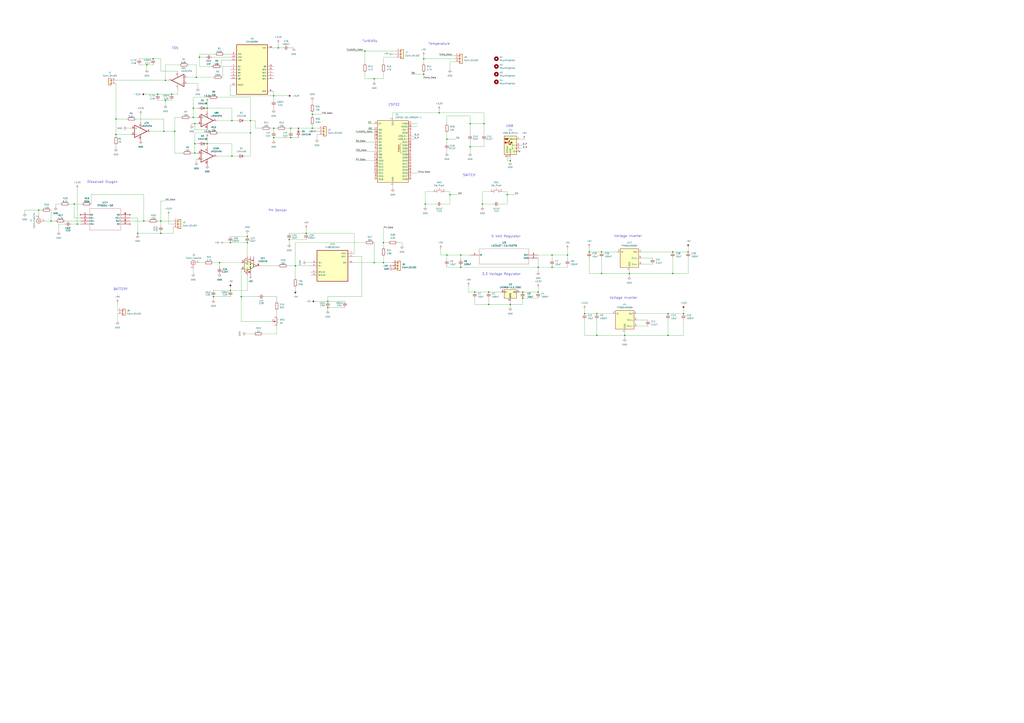
<source format=kicad_sch>
(kicad_sch (version 20231120) (generator "eeschema") (generator_version "8.0")
  (paper "A1")
  (lib_symbols
    (symbol "2025-03-03_22-31-23:TP5551-SR" (pin_names (offset 0.254))
      (property "Reference" "U" (at 20.32 10.16 0))
      (property "Value" "TP5551-SR" (at 20.32 7.62 0))
      (symbol "TP5551-SR_0_1"
        (pin no_connect line (at 0 0 0) (length 7.62) (name "NC") (number "1"))
        (pin input line (at 0 -2.54 0) (length 7.62) (name "IN-") (number "2"))
        (pin input line (at 0 -5.08 0) (length 7.62) (name "IN+") (number "3"))
        (pin power_in line (at 0 -7.62 0) (length 7.62) (name "VS-") (number "4"))
        (pin no_connect line (at 40.64 -7.62 180) (length 7.62) (name "NC") (number "5"))
        (pin output line (at 40.64 -5.08 180) (length 7.62) (name "OUT") (number "6"))
        (pin power_in line (at 40.64 -2.54 180) (length 7.62) (name "VS+") (number "7"))
        (pin no_connect line (at 40.64 0 180) (length 7.62) (name "NC") (number "8"))
      )
    )
    (symbol "Amplifier_Operational:CA3140" (pin_names (offset 0.127))
      (property "Reference" "U" (at 6.35 5.08 0))
      (property "Value" "CA3140" (at 6.35 2.54 0))
      (symbol "CA3140_1_1"
        (pin passive line (at 0 7.62 270) (length 5.08) (name "NULL") (number "1"))
        (pin input line (at -7.62 -2.54 0) (length 2.54) (name "-") (number "2"))
        (pin input line (at -7.62 2.54 0) (length 2.54) (name "+") (number "3"))
        (pin power_in line (at -2.54 -7.62 90) (length 3.81) (name "V-") (number "4"))
        (pin passive line (at 2.54 7.62 270) (length 6.35) (name "NULL") (number "5"))
        (pin output line (at 7.62 0 180) (length 2.54) (name "~") (number "6"))
        (pin power_in line (at -2.54 7.62 270) (length 3.81) (name "V+") (number "7"))
        (pin passive line (at 0 -7.62 90) (length 5.08) (name "STRB") (number "8"))
      )
    )
    (symbol "CD4060BM:CD4060BM" (pin_names (offset 1.016))
      (property "Reference" "U" (at -12.7 21.32 0))
      (property "Value" "CD4060BM" (at -12.7 -24.32 0))
      (symbol "CD4060BM_0_0"
        (pin bidirectional line (at 17.78 -2.54 180) (length 5.08) (name "Q12") (number "1"))
        (pin bidirectional line (at -17.78 10.16 0) (length 5.08) (name "EN2") (number "10"))
        (pin bidirectional line (at -17.78 7.62 0) (length 5.08) (name "EN3") (number "11"))
        (pin bidirectional line (at -17.78 -12.7 0) (length 5.08) (name "RESET") (number "12"))
        (pin bidirectional line (at 17.78 2.54 180) (length 5.08) (name "Q9") (number "13"))
        (pin bidirectional line (at -17.78 -7.62 0) (length 5.08) (name "Q8") (number "14"))
        (pin bidirectional line (at 17.78 0 180) (length 5.08) (name "Q10") (number "15"))
        (pin power_in line (at 17.78 17.78 180) (length 5.08) (name "VCC") (number "16"))
        (pin bidirectional line (at 17.78 -5.08 180) (length 5.08) (name "Q13") (number "2"))
        (pin bidirectional line (at 17.78 -7.62 180) (length 5.08) (name "Q14") (number "3"))
        (pin bidirectional line (at -17.78 -2.54 0) (length 5.08) (name "Q6") (number "4"))
        (pin bidirectional line (at -17.78 0 0) (length 5.08) (name "Q5") (number "5"))
        (pin bidirectional line (at -17.78 -5.08 0) (length 5.08) (name "Q7") (number "6"))
        (pin bidirectional line (at -17.78 2.54 0) (length 5.08) (name "Q4") (number "7"))
        (pin power_in line (at 17.78 -17.78 180) (length 5.08) (name "GND") (number "8"))
        (pin bidirectional line (at -17.78 12.7 0) (length 5.08) (name "EN1") (number "9"))
      )
    )
    (symbol "Connector:Conn_Coaxial" (pin_names (offset 1.016) hide)
      (property "Reference" "J" (at 0.254 3.048 0))
      (property "Value" "Conn_Coaxial" (at 2.921 0 90))
      (symbol "Conn_Coaxial_1_1"
        (pin passive line (at -5.08 0 0) (length 2.54) (name "In") (number "1"))
        (pin passive line (at 0 -5.08 90) (length 2.54) (name "Ext") (number "2"))
      )
    )
    (symbol "Connector:USB_B_Micro" (pin_names (offset 1.016))
      (property "Reference" "J" (at -5.08 11.43 0))
      (property "Value" "USB_B_Micro" (at -5.08 8.89 0))
      (symbol "USB_B_Micro_1_1"
        (pin power_out line (at 7.62 5.08 180) (length 2.54) (name "VBUS") (number "1"))
        (pin bidirectional line (at 7.62 -2.54 180) (length 2.54) (name "D-") (number "2"))
        (pin bidirectional line (at 7.62 0 180) (length 2.54) (name "D+") (number "3"))
        (pin passive line (at 7.62 -5.08 180) (length 2.54) (name "ID") (number "4"))
        (pin power_out line (at 0 -10.16 90) (length 2.54) (name "GND") (number "5"))
        (pin passive line (at -2.54 -10.16 90) (length 2.54) (name "Shield") (number "6"))
      )
    )
    (symbol "Connector_Generic:Conn_01x02" (pin_names (offset 1.016) hide)
      (property "Reference" "J" (at 0 2.54 0))
      (property "Value" "Conn_01x02" (at 0 -5.08 0))
      (symbol "Conn_01x02_1_1"
        (pin passive line (at -5.08 0 0) (length 3.81) (name "Pin_1") (number "1"))
        (pin passive line (at -5.08 -2.54 0) (length 3.81) (name "Pin_2") (number "2"))
      )
    )
    (symbol "Connector_Generic:Conn_01x03" (pin_names (offset 1.016) hide)
      (property "Reference" "J" (at 0 5.08 0))
      (property "Value" "Conn_01x03" (at 0 -5.08 0))
      (symbol "Conn_01x03_1_1"
        (pin passive line (at -5.08 2.54 0) (length 3.81) (name "Pin_1") (number "1"))
        (pin passive line (at -5.08 0 0) (length 3.81) (name "Pin_2") (number "2"))
        (pin passive line (at -5.08 -2.54 0) (length 3.81) (name "Pin_3") (number "3"))
      )
    )
    (symbol "Device:C_Small" (pin_numbers hide) (pin_names (offset 0.254) hide)
      (property "Reference" "C" (at 0.254 1.778 0))
      (property "Value" "C_Small" (at 0.254 -2.032 0))
      (symbol "C_Small_1_1"
        (pin passive line (at 0 2.54 270) (length 2.032) (name "~") (number "1"))
        (pin passive line (at 0 -2.54 90) (length 2.032) (name "~") (number "2"))
      )
    )
    (symbol "Device:R" (pin_numbers hide) (pin_names (offset 0))
      (property "Reference" "R" (at 2.032 0 90))
      (property "Value" "R" (at 0 0 90))
      (symbol "R_1_1"
        (pin passive line (at 0 3.81 270) (length 1.27) (name "~") (number "1"))
        (pin passive line (at 0 -3.81 90) (length 1.27) (name "~") (number "2"))
      )
    )
    (symbol "Device:R_Potentiometer_US" (pin_names (offset 1.016) hide)
      (property "Reference" "RV" (at -4.445 0 90))
      (property "Value" "R_Potentiometer_US" (at -2.54 0 90))
      (symbol "R_Potentiometer_US_1_1"
        (pin passive line (at 0 3.81 270) (length 1.27) (name "1") (number "1"))
        (pin passive line (at 3.81 0 180) (length 1.27) (name "2") (number "2"))
        (pin passive line (at 0 -3.81 90) (length 1.27) (name "3") (number "3"))
      )
    )
    (symbol "Diode:1N4148" (pin_numbers hide) (pin_names hide)
      (property "Reference" "D" (at 0 2.54 0))
      (property "Value" "1N4148" (at 0 -2.54 0))
      (symbol "1N4148_1_1"
        (pin passive line (at -3.81 0 0) (length 2.54) (name "K") (number "1"))
        (pin passive line (at 3.81 0 180) (length 2.54) (name "A") (number "2"))
      )
    )
    (symbol "LM324PW:LM324PW" (pin_names (offset 1.016))
      (property "Reference" "U" (at 2.5431 3.1789 0))
      (property "Value" "LM324PW" (at 2.5431 -5.0863 0))
      (symbol "LM324PW_1_0"
        (pin output line (at 7.62 0 180) (length 2.54) (name "~") (number "1"))
        (pin power_in line (at 0 -7.62 90) (length 5.08) (name "~") (number "11"))
        (pin input line (at -7.62 -2.54 0) (length 2.54) (name "~") (number "2"))
        (pin input line (at -7.62 2.54 0) (length 2.54) (name "~") (number "3"))
        (pin power_in line (at 0 7.62 270) (length 5.08) (name "~") (number "4"))
      )
      (symbol "LM324PW_2_0"
        (pin input line (at -7.62 2.54 0) (length 2.54) (name "~") (number "5"))
        (pin input line (at -7.62 -2.54 0) (length 2.54) (name "~") (number "6"))
        (pin output line (at 7.62 0 180) (length 2.54) (name "~") (number "7"))
      )
      (symbol "LM324PW_3_0"
        (pin input line (at -7.62 2.54 0) (length 2.54) (name "~") (number "10"))
        (pin output line (at 7.62 0 180) (length 2.54) (name "~") (number "8"))
        (pin input line (at -7.62 -2.54 0) (length 2.54) (name "~") (number "9"))
      )
      (symbol "LM324PW_4_0"
        (pin input line (at -7.62 2.54 0) (length 2.54) (name "~") (number "12"))
        (pin input line (at -7.62 -2.54 0) (length 2.54) (name "~") (number "13"))
        (pin output line (at 7.62 0 180) (length 2.54) (name "~") (number "14"))
      )
    )
    (symbol "LM340T15:LM340T-15_NOPB" (pin_names (offset 0.254))
      (property "Reference" "U" (at 27.94 10.16 0))
      (property "Value" "LM340T-15/NOPB" (at 27.94 7.62 0))
      (symbol "LM340T-15_NOPB_0_1"
        (pin power_in line (at 0 0 0) (length 7.62) (name "IN") (number "1"))
        (pin power_in line (at 55.88 -2.54 180) (length 7.62) (name "GND") (number "2"))
        (pin power_in line (at 55.88 0 180) (length 7.62) (name "OUT") (number "3"))
      )
    )
    (symbol "Mechanical:MountingHole" (pin_names (offset 1.016)) (exclude_from_sim yes) (in_bom no)
      (property "Reference" "H" (at 0 5.08 0))
      (property "Value" "MountingHole" (at 0 3.175 0))
    )
    (symbol "RF_Module:ESP32-S3-WROOM-1"
      (property "Reference" "U" (at -12.7 26.67 0))
      (property "Value" "ESP32-S3-WROOM-1" (at 12.7 26.67 0))
      (symbol "ESP32-S3-WROOM-1_0_0"
        (text "PSRAM" (at 5.08 2.54 900) (effects (font (size 1.27 1.27))))
      )
      (symbol "ESP32-S3-WROOM-1_1_1"
        (pin power_in line (at 0 -27.94 90) (length 2.54) (name "GND") (number "1"))
        (pin bidirectional line (at 15.24 17.78 180) (length 2.54) (name "IO17") (number "10"))
        (pin bidirectional line (at 15.24 15.24 180) (length 2.54) (name "IO18") (number "11"))
        (pin bidirectional line (at -15.24 -2.54 0) (length 2.54) (name "IO8") (number "12"))
        (pin bidirectional line (at 15.24 12.7 180) (length 2.54) (name "USB_D-") (number "13"))
        (pin bidirectional line (at 15.24 10.16 180) (length 2.54) (name "USB_D+") (number "14"))
        (pin bidirectional line (at -15.24 10.16 0) (length 2.54) (name "IO3") (number "15"))
        (pin bidirectional line (at 15.24 -17.78 180) (length 2.54) (name "IO46") (number "16"))
        (pin bidirectional line (at -15.24 -5.08 0) (length 2.54) (name "IO9") (number "17"))
        (pin bidirectional line (at -15.24 -7.62 0) (length 2.54) (name "IO10") (number "18"))
        (pin bidirectional line (at -15.24 -10.16 0) (length 2.54) (name "IO11") (number "19"))
        (pin power_in line (at 0 27.94 270) (length 2.54) (name "3V3") (number "2"))
        (pin bidirectional line (at -15.24 -12.7 0) (length 2.54) (name "IO12") (number "20"))
        (pin bidirectional line (at -15.24 -15.24 0) (length 2.54) (name "IO13") (number "21"))
        (pin bidirectional line (at -15.24 -17.78 0) (length 2.54) (name "IO14") (number "22"))
        (pin bidirectional line (at 15.24 7.62 180) (length 2.54) (name "IO21") (number "23"))
        (pin bidirectional line (at 15.24 -20.32 180) (length 2.54) (name "IO47") (number "24"))
        (pin bidirectional line (at 15.24 -22.86 180) (length 2.54) (name "IO48") (number "25"))
        (pin bidirectional line (at 15.24 -15.24 180) (length 2.54) (name "IO45") (number "26"))
        (pin bidirectional line (at -15.24 17.78 0) (length 2.54) (name "IO0") (number "27"))
        (pin bidirectional line (at 15.24 5.08 180) (length 2.54) (name "IO35") (number "28"))
        (pin bidirectional line (at 15.24 2.54 180) (length 2.54) (name "IO36") (number "29"))
        (pin input line (at -15.24 22.86 0) (length 2.54) (name "EN") (number "3"))
        (pin bidirectional line (at 15.24 0 180) (length 2.54) (name "IO37") (number "30"))
        (pin bidirectional line (at 15.24 -2.54 180) (length 2.54) (name "IO38") (number "31"))
        (pin bidirectional line (at 15.24 -5.08 180) (length 2.54) (name "IO39") (number "32"))
        (pin bidirectional line (at 15.24 -7.62 180) (length 2.54) (name "IO40") (number "33"))
        (pin bidirectional line (at 15.24 -10.16 180) (length 2.54) (name "IO41") (number "34"))
        (pin bidirectional line (at 15.24 -12.7 180) (length 2.54) (name "IO42") (number "35"))
        (pin bidirectional line (at 15.24 20.32 180) (length 2.54) (name "RXD0") (number "36"))
        (pin bidirectional line (at 15.24 22.86 180) (length 2.54) (name "TXD0") (number "37"))
        (pin bidirectional line (at -15.24 12.7 0) (length 2.54) (name "IO2") (number "38"))
        (pin bidirectional line (at -15.24 15.24 0) (length 2.54) (name "IO1") (number "39"))
        (pin bidirectional line (at -15.24 7.62 0) (length 2.54) (name "IO4") (number "4"))
        (pin passive line (at 0 -27.94 90) (length 2.54) hide (name "GND") (number "40"))
        (pin passive line (at 0 -27.94 90) (length 2.54) hide (name "GND") (number "41"))
        (pin bidirectional line (at -15.24 5.08 0) (length 2.54) (name "IO5") (number "5"))
        (pin bidirectional line (at -15.24 2.54 0) (length 2.54) (name "IO6") (number "6"))
        (pin bidirectional line (at -15.24 0 0) (length 2.54) (name "IO7") (number "7"))
        (pin bidirectional line (at -15.24 -20.32 0) (length 2.54) (name "IO15") (number "8"))
        (pin bidirectional line (at -15.24 -22.86 0) (length 2.54) (name "IO16") (number "9"))
      )
    )
    (symbol "Regulator_Linear:LP2950-3.3_TO92" (pin_names (offset 0.254))
      (property "Reference" "U" (at -3.81 3.175 0))
      (property "Value" "LP2950-3.3_TO92" (at 0 3.175 0))
      (symbol "LP2950-3.3_TO92_1_1"
        (pin power_out line (at 7.62 0 180) (length 2.54) (name "VO") (number "1"))
        (pin power_in line (at 0 -7.62 90) (length 2.54) (name "GND") (number "2"))
        (pin power_in line (at -7.62 0 0) (length 2.54) (name "VI") (number "3"))
      )
    )
    (symbol "Regulator_SwitchedCapacitor:TPS60400DBV"
      (property "Reference" "U" (at 6.35 8.89 0))
      (property "Value" "TPS60400DBV" (at 7.62 -8.89 0))
      (symbol "TPS60400DBV_1_1"
        (pin power_out line (at 10.16 5.08 180) (length 2.54) (name "OUT") (number "1"))
        (pin power_in line (at -10.16 5.08 0) (length 2.54) (name "IN") (number "2"))
        (pin passive line (at 10.16 -5.08 180) (length 2.54) (name "C_{FLY-}") (number "3"))
        (pin power_in line (at 0 -10.16 90) (length 2.54) (name "GND") (number "4"))
        (pin passive line (at 10.16 0 180) (length 2.54) (name "C_{FLY+}") (number "5"))
      )
    )
    (symbol "SW_Push_1" (pin_names (offset 1.016) hide)
      (property "Reference" "SW" (at 1.27 2.54 0))
      (property "Value" "SW_Push" (at 0 -1.524 0))
      (symbol "SW_Push_1_0_1"
        (pin passive line (at -5.08 0 0) (length 2.54) (name "1") (number "1"))
        (pin passive line (at 5.08 0 180) (length 2.54) (name "2") (number "2"))
      )
    )
    (symbol "Switch:SW_Push" (pin_names (offset 1.016) hide)
      (property "Reference" "SW" (at 1.27 2.54 0))
      (property "Value" "SW_Push" (at 0 -1.524 0))
      (symbol "SW_Push_0_1"
        (pin passive line (at -5.08 0 0) (length 2.54) (name "1") (number "1"))
        (pin passive line (at 5.08 0 180) (length 2.54) (name "2") (number "2"))
      )
    )
    (symbol "TL081BCDG4:TL081BCDG4" (pin_names (offset 1.016))
      (property "Reference" "U" (at -12.7 13.7 0))
      (property "Value" "TL081BCDG4" (at -12.7 -16.7 0))
      (symbol "TL081BCDG4_0_0"
        (pin bidirectional line (at -17.78 -5.08 0) (length 5.08) (name "OFS_N1") (number "1"))
        (pin input line (at -17.78 0 0) (length 5.08) (name "IN-") (number "2"))
        (pin input line (at -17.78 2.54 0) (length 5.08) (name "IN+") (number "3"))
        (pin power_in line (at 17.78 7.62 180) (length 5.08) (name "VCC-") (number "4"))
        (pin bidirectional line (at -17.78 -7.62 0) (length 5.08) (name "OFS_N2") (number "5"))
        (pin output line (at 17.78 2.54 180) (length 5.08) (name "OUT") (number "6"))
        (pin power_in line (at 17.78 10.16 180) (length 5.08) (name "VCC+") (number "7"))
      )
    )
    (symbol "power:+3.3V" (power) (pin_numbers hide) (pin_names (offset 0) hide)
      (property "Value" "+3.3V" (at 0 3.556 0))
      (symbol "+3.3V_1_1"
        (pin power_in line (at 0 0 90) (length 0) (name "~") (number "1"))
      )
    )
    (symbol "power:+5V" (power) (pin_numbers hide) (pin_names (offset 0) hide)
      (property "Value" "+5V" (at 0 3.556 0))
      (symbol "+5V_1_1"
        (pin power_in line (at 0 0 90) (length 0) (name "~") (number "1"))
      )
    )
    (symbol "power:-3V3" (power) (pin_numbers hide) (pin_names (offset 0) hide)
      (property "Value" "-3V3" (at 0 3.556 0))
      (symbol "-3V3_0_0"
        (pin power_in line (at 0 0 90) (length 0) (name "~") (number "1"))
      )
    )
    (symbol "power:GND" (power) (pin_numbers hide) (pin_names (offset 0) hide)
      (property "Value" "GND" (at 0 -3.81 0))
      (symbol "GND_1_1"
        (pin power_in line (at 0 0 270) (length 0) (name "~") (number "1"))
      )
    )
    (symbol "power:VCC" (power) (pin_numbers hide) (pin_names (offset 0) hide)
      (property "Value" "VCC" (at 0 3.556 0))
      (symbol "VCC_1_1"
        (pin power_in line (at 0 0 90) (length 0) (name "~") (number "1"))
      )
    )
  )
  (junction (at 135.89 82.55))
  (junction (at 429.26 245.11))
  (junction (at 419.1 132.08))
  (junction (at 314.96 215.9))
  (junction (at 269.24 247.65))
  (junction (at 419.1 250.19))
  (junction (at 224.79 105.41))
  (junction (at 113.03 191.77))
  (junction (at 238.76 113.03))
  (junction (at 189.23 238.76))
  (junction (at 95.25 97.79))
  (junction (at 369.57 160.02))
  (junction (at 203.2 194.31))
  (junction (at 490.22 257.81))
  (junction (at 205.74 99.06))
  (junction (at 347.98 60.96))
  (junction (at 189.23 199.39))
  (junction (at 416.56 160.02))
  (junction (at 125.73 48.26))
  (junction (at 548.64 275.59))
  (junction (at 170.18 88.9))
  (junction (at 190.5 128.27))
  (junction (at 132.08 191.77))
  (junction (at 134.62 107.95))
  (junction (at 163.83 46.99))
  (junction (at 347.98 48.26))
  (junction (at 367.03 114.3))
  (junction (at 198.12 243.84))
  (junction (at 129.54 77.47))
  (junction (at 228.6 39.37))
  (junction (at 516.89 224.79))
  (junction (at 441.96 219.71))
  (junction (at 160.02 101.6))
  (junction (at 513.08 275.59))
  (junction (at 158.75 96.52))
  (junction (at 190.5 99.06))
  (junction (at 401.32 250.19))
  (junction (at 378.46 209.55))
  (junction (at 360.68 92.71))
  (junction (at 314.96 199.39))
  (junction (at 548.64 257.81))
  (junction (at 224.79 78.74))
  (junction (at 160.02 118.11))
  (junction (at 63.5 184.15))
  (junction (at 367.03 209.55))
  (junction (at 161.29 63.5))
  (junction (at 378.46 219.71))
  (junction (at 118.11 181.61))
  (junction (at 170.18 118.11))
  (junction (at 158.75 88.9))
  (junction (at 41.91 181.61))
  (junction (at 251.46 191.77))
  (junction (at 307.34 64.77))
  (junction (at 224.79 113.03))
  (junction (at 238.76 105.41))
  (junction (at 205.74 109.22))
  (junction (at 160.02 125.73))
  (junction (at 269.24 252.73))
  (junction (at 441.96 240.03))
  (junction (at 397.51 101.6))
  (junction (at 120.65 53.34))
  (junction (at 180.34 215.9))
  (junction (at 95.25 110.49))
  (junction (at 135.89 66.04))
  (junction (at 466.09 209.55))
  (junction (at 203.2 199.39))
  (junction (at 386.08 101.6))
  (junction (at 31.75 172.72))
  (junction (at 494.03 207.01))
  (junction (at 483.87 207.01))
  (junction (at 494.03 224.79))
  (junction (at 401.32 240.03))
  (junction (at 386.08 120.65))
  (junction (at 453.39 219.71))
  (junction (at 565.15 207.01))
  (junction (at 552.45 207.01))
  (junction (at 175.26 243.84))
  (junction (at 60.96 167.64))
  (junction (at 143.51 107.95))
  (junction (at 132.08 181.61))
  (junction (at 429.26 240.03))
  (junction (at 140.97 77.47))
  (junction (at 396.24 167.64))
  (junction (at 245.11 105.41))
  (junction (at 242.57 218.44))
  (junction (at 552.45 224.79))
  (junction (at 389.89 240.03))
  (junction (at 480.06 257.81))
  (junction (at 490.22 275.59))
  (junction (at 299.72 41.91))
  (junction (at 256.54 105.41))
  (junction (at 561.34 257.81))
  (junction (at 453.39 209.55))
  (junction (at 237.49 196.85))
  (junction (at 349.25 167.64))
  (junction (at 307.34 215.9))
  (junction (at 256.54 93.98))
  (no_connect (at 426.72 124.46))
  (wire (pts (xy 290.83 215.9) (xy 307.34 215.9)))
  (wire (pts (xy 238.76 107.95) (xy 238.76 105.41)))
  (wire (pts (xy 386.08 209.55) (xy 378.46 209.55)))
  (wire (pts (xy 153.67 68.58) (xy 162.56 68.58)))
  (wire (pts (xy 527.05 217.17) (xy 535.94 217.17)))
  (wire (pts (xy 113.03 191.77) (xy 113.03 193.04)))
  (wire (pts (xy 367.03 95.25) (xy 367.03 101.6)))
  (wire (pts (xy 256.54 93.98) (xy 256.54 95.25)))
  (wire (pts (xy 314.96 46.99) (xy 325.12 46.99)))
  (wire (pts (xy 171.45 109.22) (xy 160.02 109.22)))
  (wire (pts (xy 347.98 48.26) (xy 373.38 48.26)))
  (wire (pts (xy 397.51 120.65) (xy 397.51 115.57)))
  (wire (pts (xy 441.96 219.71) (xy 453.39 219.71)))
  (wire (pts (xy 147.32 53.34) (xy 135.89 53.34)))
  (wire (pts (xy 259.08 247.65) (xy 269.24 247.65)))
  (wire (pts (xy 396.24 170.18) (xy 396.24 167.64)))
  (wire (pts (xy 160.02 118.11) (xy 160.02 125.73)))
  (wire (pts (xy 143.51 107.95) (xy 143.51 96.52)))
  (wire (pts (xy 189.23 49.53) (xy 181.61 49.53)))
  (wire (pts (xy 160.02 101.6) (xy 157.48 101.6)))
  (wire (pts (xy 314.96 64.77) (xy 307.34 64.77)))
  (wire (pts (xy 441.96 212.09) (xy 441.96 219.71)))
  (wire (pts (xy 111.76 97.79) (xy 134.62 97.79)))
  (wire (pts (xy 429.26 119.38) (xy 426.72 119.38)))
  (wire (pts (xy 36.83 181.61) (xy 41.91 181.61)))
  (wire (pts (xy 419.1 133.35) (xy 419.1 132.08)))
  (wire (pts (xy 297.18 243.84) (xy 269.24 243.84)))
  (wire (pts (xy 402.59 157.48) (xy 396.24 157.48)))
  (wire (pts (xy 441.96 209.55) (xy 453.39 209.55)))
  (wire (pts (xy 134.62 107.95) (xy 143.51 107.95)))
  (wire (pts (xy 516.89 222.25) (xy 516.89 224.79)))
  (wire (pts (xy 307.34 64.77) (xy 299.72 64.77)))
  (wire (pts (xy 161.29 53.34) (xy 161.29 63.5)))
  (wire (pts (xy 307.34 215.9) (xy 314.96 215.9)))
  (wire (pts (xy 132.08 190.5) (xy 132.08 191.77)))
  (wire (pts (xy 429.26 245.11) (xy 429.26 250.19)))
  (wire (pts (xy 401.32 245.11) (xy 401.32 250.19)))
  (wire (pts (xy 367.03 209.55) (xy 361.95 209.55)))
  (wire (pts (xy 516.89 224.79) (xy 516.89 227.33)))
  (wire (pts (xy 369.57 157.48) (xy 365.76 157.48)))
  (wire (pts (xy 290.83 208.28) (xy 290.83 191.77)))
  (wire (pts (xy 41.91 181.61) (xy 45.72 181.61)))
  (wire (pts (xy 203.2 238.76) (xy 203.2 226.06)))
  (wire (pts (xy 132.08 181.61) (xy 142.24 181.61)))
  (wire (pts (xy 118.11 181.61) (xy 106.68 181.61)))
  (wire (pts (xy 386.08 95.25) (xy 367.03 95.25)))
  (wire (pts (xy 367.03 109.22) (xy 367.03 114.3)))
  (wire (pts (xy 189.23 238.76) (xy 175.26 238.76)))
  (wire (pts (xy 430.53 114.3) (xy 426.72 114.3)))
  (wire (pts (xy 260.35 107.95) (xy 261.62 107.95)))
  (wire (pts (xy 322.58 92.71) (xy 360.68 92.71)))
  (wire (pts (xy 360.68 90.17) (xy 360.68 92.71)))
  (wire (pts (xy 256.54 92.71) (xy 256.54 93.98)))
  (wire (pts (xy 527.05 207.01) (xy 552.45 207.01)))
  (wire (pts (xy 565.15 224.79) (xy 552.45 224.79)))
  (wire (pts (xy 314.96 187.96) (xy 314.96 199.39)))
  (wire (pts (xy 480.06 257.81) (xy 490.22 257.81)))
  (wire (pts (xy 170.18 118.11) (xy 190.5 118.11)))
  (wire (pts (xy 367.03 114.3) (xy 367.03 118.11)))
  (wire (pts (xy 256.54 102.87) (xy 256.54 105.41)))
  (wire (pts (xy 170.18 88.9) (xy 190.5 88.9)))
  (wire (pts (xy 74.93 167.64) (xy 74.93 160.02)))
  (wire (pts (xy 205.74 80.01) (xy 205.74 99.06)))
  (wire (pts (xy 190.5 128.27) (xy 194.31 128.27)))
  (wire (pts (xy 494.03 224.79) (xy 516.89 224.79)))
  (wire (pts (xy 299.72 64.77) (xy 299.72 59.69)))
  (wire (pts (xy 205.74 109.22) (xy 205.74 128.27)))
  (wire (pts (xy 189.23 78.74) (xy 189.23 69.85)))
  (wire (pts (xy 224.79 39.37) (xy 228.6 39.37)))
  (wire (pts (xy 53.34 181.61) (xy 66.04 181.61)))
  (wire (pts (xy 95.25 110.49) (xy 95.25 111.76)))
  (wire (pts (xy 386.08 120.65) (xy 397.51 120.65)))
  (wire (pts (xy 416.56 160.02) (xy 416.56 157.48)))
  (wire (pts (xy 162.56 130.81) (xy 161.29 130.81)))
  (wire (pts (xy 238.76 105.41) (xy 245.11 105.41)))
  (wire (pts (xy 224.79 105.41) (xy 224.79 107.95)))
  (wire (pts (xy 227.33 243.84) (xy 227.33 247.65)))
  (wire (pts (xy 453.39 209.55) (xy 453.39 213.36)))
  (wire (pts (xy 269.24 243.84) (xy 269.24 247.65)))
  (wire (pts (xy 441.96 236.22) (xy 441.96 240.03)))
  (wire (pts (xy 176.53 44.45) (xy 163.83 44.45)))
  (wire (pts (xy 171.45 80.01) (xy 158.75 80.01)))
  (wire (pts (xy 158.75 224.79) (xy 158.75 220.98)))
  (wire (pts (xy 292.1 109.22) (xy 307.34 109.22)))
  (wire (pts (xy 255.27 218.44) (xy 242.57 218.44)))
  (wire (pts (xy 158.75 96.52) (xy 162.56 96.52)))
  (wire (pts (xy 565.15 203.2) (xy 565.15 207.01)))
  (wire (pts (xy 170.18 83.82) (xy 170.18 88.9)))
  (wire (pts (xy 162.56 101.6) (xy 160.02 101.6)))
  (wire (pts (xy 134.62 97.79) (xy 134.62 107.95)))
  (wire (pts (xy 483.87 212.09) (xy 483.87 224.79)))
  (wire (pts (xy 302.26 106.68) (xy 307.34 106.68)))
  (wire (pts (xy 361.95 209.55) (xy 361.95 204.47)))
  (wire (pts (xy 198.12 264.16) (xy 198.12 243.84)))
  (wire (pts (xy 179.07 109.22) (xy 205.74 109.22)))
  (wire (pts (xy 283.21 247.65) (xy 269.24 247.65)))
  (wire (pts (xy 198.12 220.98) (xy 198.12 243.84)))
  (wire (pts (xy 386.08 101.6) (xy 386.08 95.25)))
  (wire (pts (xy 416.56 129.54) (xy 416.56 132.08)))
  (wire (pts (xy 378.46 209.55) (xy 367.03 209.55)))
  (wire (pts (xy 238.76 113.03) (xy 245.11 113.03)))
  (wire (pts (xy 129.54 77.47) (xy 140.97 77.47)))
  (wire (pts (xy 260.35 110.49) (xy 261.62 110.49)))
  (wire (pts (xy 552.45 224.79) (xy 516.89 224.79)))
  (wire (pts (xy 120.65 53.34) (xy 125.73 53.34)))
  (wire (pts (xy 314.96 199.39) (xy 314.96 203.2)))
  (wire (pts (xy 143.51 107.95) (xy 143.51 125.73)))
  (wire (pts (xy 20.32 175.26) (xy 20.32 172.72)))
  (wire (pts (xy 369.57 50.8) (xy 373.38 50.8)))
  (wire (pts (xy 290.83 191.77) (xy 251.46 191.77)))
  (wire (pts (xy 552.45 207.01) (xy 565.15 207.01)))
  (wire (pts (xy 157.48 125.73) (xy 160.02 125.73)))
  (wire (pts (xy 527.05 212.09) (xy 535.94 212.09)))
  (wire (pts (xy 227.33 267.97) (xy 227.33 274.32)))
  (wire (pts (xy 561.34 262.89) (xy 561.34 275.59)))
  (wire (pts (xy 201.93 274.32) (xy 208.28 274.32)))
  (wire (pts (xy 96.52 248.92) (xy 96.52 255.27)))
  (wire (pts (xy 322.58 92.71) (xy 322.58 96.52)))
  (wire (pts (xy 227.33 255.27) (xy 227.33 260.35)))
  (wire (pts (xy 237.49 196.85) (xy 251.46 196.85)))
  (wire (pts (xy 142.24 184.15) (xy 138.43 184.15)))
  (wire (pts (xy 203.2 191.77) (xy 203.2 194.31)))
  (wire (pts (xy 48.26 184.15) (xy 48.26 190.5)))
  (wire (pts (xy 367.03 219.71) (xy 378.46 219.71)))
  (wire (pts (xy 190.5 128.27) (xy 177.8 128.27)))
  (wire (pts (xy 480.06 254) (xy 480.06 257.81)))
  (wire (pts (xy 205.74 99.06) (xy 201.93 99.06)))
  (wire (pts (xy 57.15 167.64) (xy 60.96 167.64)))
  (wire (pts (xy 224.79 113.03) (xy 238.76 113.03)))
  (wire (pts (xy 227.33 274.32) (xy 215.9 274.32)))
  (wire (pts (xy 337.82 104.14) (xy 342.9 104.14)))
  (wire (pts (xy 384.81 240.03) (xy 389.89 240.03)))
  (wire (pts (xy 163.83 215.9) (xy 167.64 215.9)))
  (wire (pts (xy 349.25 157.48) (xy 349.25 167.64)))
  (wire (pts (xy 237.49 39.37) (xy 241.3 39.37)))
  (wire (pts (xy 228.6 218.44) (xy 213.36 218.44)))
  (wire (pts (xy 242.57 218.44) (xy 236.22 218.44)))
  (wire (pts (xy 140.97 77.47) (xy 146.05 77.47)))
  (wire (pts (xy 548.64 262.89) (xy 548.64 275.59)))
  (wire (pts (xy 189.23 194.31) (xy 203.2 194.31)))
  (wire (pts (xy 322.58 152.4) (xy 322.58 154.94)))
  (wire (pts (xy 205.74 128.27) (xy 201.93 128.27)))
  (wire (pts (xy 163.83 46.99) (xy 163.83 54.61)))
  (wire (pts (xy 552.45 212.09) (xy 552.45 224.79)))
  (wire (pts (xy 237.49 191.77) (xy 251.46 191.77)))
  (wire (pts (xy 163.83 46.99) (xy 168.91 46.99)))
  (wire (pts (xy 170.18 113.03) (xy 170.18 118.11)))
  (wire (pts (xy 242.57 218.44) (xy 242.57 228.6)))
  (wire (pts (xy 205.74 99.06) (xy 205.74 109.22)))
  (wire (pts (xy 561.34 254) (xy 561.34 257.81)))
  (wire (pts (xy 378.46 209.55) (xy 378.46 213.36)))
  (wire (pts (xy 154.94 53.34) (xy 161.29 53.34)))
  (wire (pts (xy 322.58 44.45) (xy 325.12 44.45)))
  (wire (pts (xy 369.57 160.02) (xy 369.57 167.64)))
  (wire (pts (xy 490.22 275.59) (xy 513.08 275.59)))
  (wire (pts (xy 189.23 199.39) (xy 203.2 199.39)))
  (wire (pts (xy 355.6 157.48) (xy 349.25 157.48)))
  (wire (pts (xy 134.62 107.95) (xy 123.19 107.95)))
  (wire (pts (xy 251.46 215.9) (xy 255.27 215.9)))
  (wire (pts (xy 209.55 105.41) (xy 209.55 99.06)))
  (wire (pts (xy 132.08 58.42) (xy 132.08 48.26)))
  (wire (pts (xy 513.08 273.05) (xy 513.08 275.59)))
  (wire (pts (xy 170.18 88.9) (xy 170.18 91.44)))
  (wire (pts (xy 143.51 125.73) (xy 149.86 125.73)))
  (wire (pts (xy 419.1 250.19) (xy 419.1 252.73)))
  (wire (pts (xy 142.24 191.77) (xy 132.08 191.77)))
  (wire (pts (xy 190.5 99.06) (xy 177.8 99.06)))
  (wire (pts (xy 269.24 255.27) (xy 269.24 252.73)))
  (wire (pts (xy 490.22 257.81) (xy 502.92 257.81)))
  (wire (pts (xy 135.89 66.04) (xy 138.43 66.04)))
  (wire (pts (xy 386.08 101.6) (xy 397.51 101.6)))
  (wire (pts (xy 138.43 184.15) (xy 138.43 176.53)))
  (wire (pts (xy 299.72 52.07) (xy 299.72 41.91)))
  (wire (pts (xy 396.24 157.48) (xy 396.24 167.64)))
  (wire (pts (xy 135.89 82.55) (xy 140.97 82.55)))
  (wire (pts (xy 41.91 172.72) (xy 41.91 181.61)))
  (wire (pts (xy 245.11 105.41) (xy 256.54 105.41)))
  (wire (pts (xy 63.5 154.94) (xy 63.5 184.15)))
  (wire (pts (xy 135.89 82.55) (xy 135.89 86.36)))
  (wire (pts (xy 157.48 101.6) (xy 157.48 102.87)))
  (wire (pts (xy 60.96 167.64) (xy 67.31 167.64)))
  (wire (pts (xy 337.82 142.24) (xy 342.9 142.24)))
  (wire (pts (xy 224.79 78.74) (xy 189.23 78.74)))
  (wire (pts (xy 63.5 184.15) (xy 66.04 184.15)))
  (wire (pts (xy 256.54 105.41) (xy 261.62 105.41)))
  (wire (pts (xy 163.83 54.61) (xy 173.99 54.61)))
  (wire (pts (xy 318.77 199.39) (xy 314.96 199.39)))
  (wire (pts (xy 314.96 210.82) (xy 314.96 215.9)))
  (wire (pts (xy 95.25 97.79) (xy 104.14 97.79)))
  (wire (pts (xy 238.76 105.41) (xy 234.95 105.41)))
  (wire (pts (xy 242.57 236.22) (xy 242.57 238.76)))
  (wire (pts (xy 95.25 68.58) (xy 95.25 97.79)))
  (wire (pts (xy 389.89 240.03) (xy 401.32 240.03)))
  (wire (pts (xy 60.96 179.07) (xy 66.04 179.07)))
  (wire (pts (xy 297.18 210.82) (xy 297.18 243.84)))
  (wire (pts (xy 60.96 167.64) (xy 60.96 179.07)))
  (wire (pts (xy 453.39 209.55) (xy 466.09 209.55)))
  (wire (pts (xy 299.72 41.91) (xy 325.12 41.91)))
  (wire (pts (xy 45.72 167.64) (xy 45.72 170.18)))
  (wire (pts (xy 337.82 60.96) (xy 347.98 60.96)))
  (wire (pts (xy 114.3 53.34) (xy 120.65 53.34)))
  (wire (pts (xy 114.3 48.26) (xy 125.73 48.26)))
  (wire (pts (xy 160.02 125.73) (xy 162.56 125.73)))
  (wire (pts (xy 223.52 264.16) (xy 198.12 264.16)))
  (wire (pts (xy 347.98 45.72) (xy 347.98 48.26)))
  (wire (pts (xy 290.83 210.82) (xy 297.18 210.82)))
  (wire (pts (xy 242.57 218.44) (xy 242.57 199.39)))
  (wire (pts (xy 190.5 118.11) (xy 190.5 128.27)))
  (wire (pts (xy 118.11 181.61) (xy 121.92 181.61)))
  (wire (pts (xy 175.26 246.38) (xy 175.26 243.84)))
  (wire (pts (xy 307.34 199.39) (xy 307.34 215.9)))
  (wire (pts (xy 158.75 88.9) (xy 158.75 96.52)))
  (wire (pts (xy 115.57 93.98) (xy 115.57 100.33)))
  (wire (pts (xy 31.75 172.72) (xy 31.75 176.53)))
  (wire (pts (xy 184.15 199.39) (xy 189.23 199.39)))
  (wire (pts (xy 429.26 240.03) (xy 441.96 240.03)))
  (wire (pts (xy 292.1 124.46) (xy 307.34 124.46)))
  (wire (pts (xy 158.75 80.01) (xy 158.75 88.9)))
  (wire (pts (xy 118.11 160.02) (xy 118.11 181.61)))
  (wire (pts (xy 146.05 77.47) (xy 146.05 73.66)))
  (wire (pts (xy 224.79 78.74) (xy 224.79 82.55)))
  (wire (pts (xy 135.89 53.34) (xy 135.89 66.04)))
  (wire (pts (xy 480.06 275.59) (xy 490.22 275.59)))
  (wire (pts (xy 20.32 172.72) (xy 31.75 172.72)))
  (wire (pts (xy 153.67 63.5) (xy 161.29 63.5)))
  (wire (pts (xy 347.98 59.69) (xy 347.98 60.96)))
  (wire (pts (xy 95.25 97.79) (xy 95.25 110.49)))
  (wire (pts (xy 292.1 132.08) (xy 307.34 132.08)))
  (wire (pts (xy 367.03 114.3) (xy 374.65 114.3)))
  (wire (pts (xy 378.46 218.44) (xy 378.46 219.71)))
  (wire (pts (xy 161.29 63.5) (xy 175.26 63.5)))
  (wire (pts (xy 513.08 275.59) (xy 513.08 278.13)))
  (wire (pts (xy 523.24 267.97) (xy 532.13 267.97)))
  (wire (pts (xy 349.25 167.64) (xy 358.14 167.64)))
  (wire (pts (xy 53.34 184.15) (xy 48.26 184.15)))
  (wire (pts (xy 214.63 105.41) (xy 209.55 105.41)))
  (wire (pts (xy 129.54 181.61) (xy 132.08 181.61)))
  (wire (pts (xy 180.34 215.9) (xy 198.12 215.9)))
  (wire (pts (xy 441.96 219.71) (xy 441.96 223.52)))
  (wire (pts (xy 565.15 212.09) (xy 565.15 224.79)))
  (wire (pts (xy 142.24 186.69) (xy 142.24 191.77)))
  (wire (pts (xy 96.52 257.81) (xy 96.52 264.16)))
  (wire (pts (xy 189.23 238.76) (xy 203.2 238.76)))
  (wire (pts (xy 314.96 46.99) (xy 314.96 52.07)))
  (wire (pts (xy 401.32 250.19) (xy 419.1 250.19)))
  (wire (pts (xy 369.57 160.02) (xy 369.57 157.48)))
  (wire (pts (xy 330.2 199.39) (xy 326.39 199.39)))
  (wire (pts (xy 410.21 167.64) (xy 416.56 167.64)))
  (wire (pts (xy 369.57 160.02) (xy 375.92 160.02)))
  (wire (pts (xy 386.08 110.49) (xy 386.08 101.6)))
  (wire (pts (xy 179.07 80.01) (xy 205.74 80.01)))
  (wire (pts (xy 95.25 66.04) (xy 135.89 66.04)))
  (wire (pts (xy 396.24 167.64) (xy 405.13 167.64)))
  (wire (pts (xy 416.56 157.48) (xy 412.75 157.48)))
  (wire (pts (xy 224.79 74.93) (xy 224.79 78.74)))
  (wire (pts (xy 158.75 88.9) (xy 162.56 88.9)))
  (wire (pts (xy 480.06 262.89) (xy 480.06 275.59)))
  (wire (pts (xy 135.89 165.1) (xy 132.08 165.1)))
  (wire (pts (xy 256.54 82.55) (xy 256.54 85.09)))
  (wire (pts (xy 561.34 275.59) (xy 548.64 275.59)))
  (wire (pts (xy 228.6 35.56) (xy 228.6 39.37)))
  (wire (pts (xy 198.12 243.84) (xy 212.09 243.84)))
  (wire (pts (xy 181.61 49.53) (xy 181.61 54.61)))
  (wire (pts (xy 466.09 219.71) (xy 453.39 219.71)))
  (wire (pts (xy 548.64 257.81) (xy 561.34 257.81)))
  (wire (pts (xy 416.56 167.64) (xy 416.56 160.02)))
  (wire (pts (xy 224.79 87.63) (xy 224.79 90.17)))
  (wire (pts (xy 416.56 132.08) (xy 419.1 132.08)))
  (wire (pts (xy 95.25 121.92) (xy 95.25 119.38)))
  (wire (pts (xy 222.25 105.41) (xy 224.79 105.41)))
  (wire (pts (xy 132.08 181.61) (xy 132.08 185.42)))
  (wire (pts (xy 242.57 199.39) (xy 299.72 199.39)))
  (wire (pts (xy 367.03 218.44) (xy 367.03 219.71)))
  (wire (pts (xy 494.03 212.09) (xy 494.03 224.79)))
  (wire (pts (xy 189.23 54.61) (xy 182.88 54.61)))
  (wire (pts (xy 119.38 77.47) (xy 129.54 77.47)))
  (wire (pts (xy 378.46 219.71) (xy 441.96 219.71)))
  (wire (pts (xy 162.56 72.39) (xy 162.56 68.58)))
  (wire (pts (xy 494.03 207.01) (xy 506.73 207.01)))
  (wire (pts (xy 401.32 240.03) (xy 411.48 240.03)))
  (wire (pts (xy 523.24 257.81) (xy 548.64 257.81)))
  (wire (pts (xy 429.26 121.92) (xy 426.72 121.92)))
  (wire (pts (xy 113.03 191.77) (xy 132.08 191.77)))
  (wire (pts (xy 426.72 240.03) (xy 429.26 240.03)))
  (wire (pts (xy 104.14 105.41) (xy 107.95 105.41)))
  (wire (pts (xy 203.2 199.39) (xy 203.2 210.82)))
  (wire (pts (xy 429.26 250.19) (xy 419.1 250.19)))
  (wire (pts (xy 224.79 78.74) (xy 236.22 78.74)))
  (wire (pts (xy 397.51 101.6) (xy 397.51 110.49)))
  (wire (pts (xy 302.26 101.6) (xy 307.34 101.6)))
  (wire (pts (xy 132.08 48.26) (xy 125.73 48.26)))
  (wire (pts (xy 548.64 275.59) (xy 513.08 275.59)))
  (wire (pts (xy 182.88 54.61) (xy 182.88 63.5)))
  (wire (pts (xy 349.25 170.18) (xy 349.25 167.64)))
  (wire (pts (xy 224.79 105.41) (xy 227.33 105.41)))
  (wire (pts (xy 483.87 203.2) (xy 483.87 207.01)))
  (wire (pts (xy 190.5 88.9) (xy 190.5 99.06)))
  (wire (pts (xy 453.39 218.44) (xy 453.39 219.71)))
  (wire (pts (xy 189.23 236.22) (xy 189.23 238.76)))
  (wire (pts (xy 483.87 224.79) (xy 494.03 224.79)))
  (wire (pts (xy 330.2 201.93) (xy 330.2 199.39)))
  (wire (pts (xy 466.09 218.44) (xy 466.09 219.71)))
  (wire (pts (xy 173.99 46.99) (xy 189.23 46.99)))
  (wire (pts (xy 360.68 45.72) (xy 373.38 45.72)))
  (wire (pts (xy 347.98 60.96) (xy 347.98 64.77)))
  (wire (pts (xy 386.08 115.57) (xy 386.08 120.65)))
  (wire (pts (xy 237.49 200.66) (xy 237.49 196.85)))
  (wire (pts (xy 386.08 120.65) (xy 386.08 125.73)))
  (wire (pts (xy 389.89 250.19) (xy 401.32 250.19)))
  (wire (pts (xy 74.93 160.02) (xy 118.11 160.02)))
  (wire (pts (xy 340.36 114.3) (xy 337.82 114.3)))
  (wire (pts (xy 490.22 262.89) (xy 490.22 275.59)))
  (wire (pts (xy 466.09 204.47) (xy 466.09 209.55)))
  (wire (pts (xy 190.5 99.06) (xy 194.31 99.06)))
  (wire (pts (xy 143.51 96.52) (xy 148.59 96.52)))
  (wire (pts (xy 146.05 58.42) (xy 132.08 58.42)))
  (wire (pts (xy 170.18 106.68) (xy 160.02 106.68)))
  (wire (pts (xy 160.02 109.22) (xy 160.02 118.11)))
  (wire (pts (xy 132.08 165.1) (xy 132.08 181.61)))
  (wire (pts (xy 369.57 57.15) (xy 369.57 50.8)))
  (wire (pts (xy 161.29 130.81) (xy 161.29 133.35)))
  (wire (pts (xy 58.42 184.15) (xy 63.5 184.15)))
  (wire (pts (xy 160.02 106.68) (xy 160.02 101.6)))
  (wire (pts (xy 419.1 132.08) (xy 419.1 129.54)))
  (wire (pts (xy 367.03 123.19) (xy 367.03 125.73)))
  (wire (pts (xy 113.03 179.07) (xy 113.03 191.77)))
  (wire (pts (xy 367.03 209.55) (xy 367.03 213.36)))
  (wire (pts (xy 256.54 93.98) (xy 264.16 93.98)))
  (wire (pts (xy 251.46 187.96) (xy 251.46 191.77)))
  (wire (pts (xy 337.82 101.6) (xy 342.9 101.6)))
  (wire (pts (xy 156.21 96.52) (xy 158.75 96.52)))
  (wire (pts (xy 483.87 207.01) (xy 494.03 207.01)))
  (wire (pts (xy 416.56 160.02) (xy 422.91 160.02)))
  (wire (pts (xy 224.79 115.57) (xy 224.79 113.03)))
  (wire (pts (xy 360.68 92.71) (xy 397.51 92.71)))
  (wire (pts (xy 160.02 118.11) (xy 162.56 118.11)))
  (wire (pts (xy 228.6 39.37) (xy 232.41 39.37)))
  (wire (pts (xy 466.09 209.55) (xy 466.09 213.36)))
  (wire (pts (xy 347.98 48.26) (xy 347.98 52.07)))
  (wire (pts (xy 34.29 172.72) (xy 31.75 172.72)))
  (wire (pts (xy 384.81 234.95) (xy 384.81 240.03)))
  (wire (pts (xy 49.53 167.64) (xy 45.72 167.64)))
  (wire (pts (xy 292.1 116.84) (xy 307.34 116.84)))
  (wire (pts (xy 180.34 215.9) (xy 180.34 219.71)))
  (wire (pts (xy 284.48 41.91) (xy 299.72 41.91)))
  (wire (pts (xy 340.36 111.76) (xy 337.82 111.76)))
  (wire (pts (xy 129.54 82.55) (xy 135.89 82.55)))
  (wire (pts (xy 389.89 245.11) (xy 389.89 250.19)))
  (wire (pts (xy 363.22 167.64) (xy 369.57 167.64)))
  (wire (pts (xy 260.35 114.3) (xy 260.35 110.49)))
  (wire (pts (xy 175.26 215.9) (xy 180.34 215.9)))
  (wire (pts (xy 189.23 243.84) (xy 175.26 243.84)))
  (wire (pts (xy 95.25 110.49) (xy 107.95 110.49)))
  (wire (pts (xy 120.65 53.34) (xy 120.65 57.15)))
  (wire (pts (xy 283.21 252.73) (xy 269.24 252.73)))
  (wire (pts (xy 314.96 59.69) (xy 314.96 64.77)))
  (wire (pts (xy 209.55 99.06) (xy 205.74 99.06)))
  (wire (pts (xy 523.24 262.89) (xy 532.13 262.89)))
  (wire (pts (xy 170.18 118.11) (xy 170.18 120.65)))
  (wire (pts (xy 307.34 64.77) (xy 307.34 67.31)))
  (wire (pts (xy 106.68 179.07) (xy 113.03 179.07)))
  (wire (pts (xy 314.96 215.9) (xy 322.58 215.9)))
  (wire (pts (xy 217.17 243.84) (xy 227.33 243.84)))
  (wire (pts (xy 429.26 245.11) (xy 441.96 245.11)))
  (wire (pts (xy 184.15 44.45) (xy 189.23 44.45)))
  (wire (pts (xy 397.51 92.71) (xy 397.51 101.6)))
  (wire (pts (xy 419.1 247.65) (xy 419.1 250.19)))
  (wire (pts (xy 163.83 44.45) (xy 163.83 46.99)))
  (text "Voltage Inverter" (at 512.064 244.856 0) (effects (font (size 1.905 1.905))))
  (text "PH Sensor" (at 228.092 172.974 0) (effects (font (size 1.905 1.905))))
  (text "ESP32" (at 323.596 86.106 0) (effects (font (size 1.905 1.905))))
  (text "Turbidity" (at 303.784 33.782 0) (effects (font (size 1.905 1.905))))
  (text "USB" (at 418.592 103.632 0) (effects (font (size 1.905 1.905))))
  (text "3.3 Voltage Regulator" (at 411.734 225.298 0) (effects (font (size 1.905 1.905))))
  (text "Voltage Inverter" (at 515.874 194.056 0) (effects (font (size 1.905 1.905))))
  (text "5 Volt Regulator" (at 415.544 194.31 0) (effects (font (size 1.905 1.905))))
  (text "SWITCH\n" (at 385.318 144.018 0) (effects (font (size 1.905 1.905))))
  (text "Temperature\n" (at 360.68 36.068 0) (effects (font (size 1.905 1.905))))
  (text "BATTERY" (at 99.06 237.744 0) (effects (font (size 1.905 1.905))))
  (text "Dissolved Oxygen" (at 84.074 149.606 0) (effects (font (size 1.905 1.905))))
  (text "TDS" (at 143.764 39.624 0) (effects (font (size 1.905 1.905))))
  (label "Turbidity_Data" (at 284.48 41.91 0))
  (label "DO_Data" (at 135.89 165.1 0))
  (label "PH_Data" (at 314.96 187.96 0))
  (label "DQ" (at 337.82 60.96 0))
  (label "Temp_Data" (at 342.9 142.24 0))
  (label "EN" (at 302.26 101.6 0))
  (label "IO0" (at 302.26 106.68 0))
  (label "Turbidity_Data" (at 292.1 109.22 0))
  (label "Temp_Data" (at 347.98 64.77 0))
  (label "DO_Data" (at 292.1 116.84 0))
  (label "D_N" (at 340.36 111.76 0))
  (label "PH_Data" (at 292.1 132.08 0))
  (label "D_N" (at 429.26 121.92 0))
  (label "TDS_Data" (at 264.16 93.98 0))
  (label "EN" (at 374.65 114.3 0))
  (label "TDS_Data" (at 292.1 124.46 0))
  (label "Temp_Data" (at 360.68 45.72 0))
  (label "EN" (at 422.91 160.02 0))
  (label "IO0" (at 375.92 160.02 0))
  (label "D_P" (at 429.26 119.38 0))
  (label "D_P" (at 340.36 114.3 0))
  (symbol (lib_id "power:+3.3V") (at 441.96 236.22 0) (unit 1)
    (property "Reference" "#PWR04" (effects (hide yes)))
    (property "Value" "+3.3V" (at 441.96 231.14 0))
    (property "Description" "Power symbol creates a global label with name \"+3.3V\"" (effects (hide yes)))
  )
  (symbol (lib_id "power:-3V3") (at 242.57 238.76 180) (unit 1)
    (property "Reference" "#PWR051" (effects (hide yes)))
    (property "Value" "-5V" (at 242.57 243.84 0))
    (property "Description" "Power symbol creates a global label with name \"-3V3\"" (effects (hide yes)))
  )
  (symbol (lib_id "LM324PW:LM324PW") (at 115.57 107.95 0) (unit 1)
    (property "Reference" "U7" (at 120.396 101.092 0))
    (property "Value" "LM324PW" (at 120.396 103.632 0))
    (property "Footprint" "Package_SO:TSSOP-14_4.4x5mm_P0.65mm" (effects (hide yes)))
    (property "MF" "Texas Instruments" (effects (hide yes)))
    (property "DESCRIPTION" "IC OPAMP LM324/TSSOP/LM324PW TEXAS INSTRUMENT RoHS TSSOP14" (effects (hide yes)))
    (property "PACKAGE" "TSSOP-14 Texas Instruments" (effects (hide yes)))
    (property "PRICE" "0.19 USD" (effects (hide yes)))
    (property "Package" "TSSOP-14 Texas Instruments" (effects (hide yes)))
    (property "Check_prices" "https://www.snapeda.com/parts/LM324PW/Texas+Instruments/view-part/?ref=eda" (effects (hide yes)))
    (property "STANDARD" "IPC-7351B" (effects (hide yes)))
    (property "SnapEDA_Link" "https://www.snapeda.com/parts/LM324PW/Texas+Instruments/view-part/?ref=snap" (effects (hide yes)))
    (property "MP" "LM324PW" (effects (hide yes)))
    (property "Price" "None" (effects (hide yes)))
    (property "Availability" "In Stock" (effects (hide yes)))
    (property "AVAILABILITY" "Good" (effects (hide yes)))
    (property "Description_1" "\n                        \n                            Quad, 30-V, 1.2-MHz operational amplifier\n                        \n" (effects (hide yes)))
  )
  (symbol (lib_id "Device:R") (at 95.25 115.57 0) (unit 1)
    (property "Reference" "R5" (at 98.171 114.173 0))
    (property "Value" "1M" (at 98.171 116.713 0))
    (property "Footprint" "Resistor_SMD:R_0805_2012Metric_Pad1.20x1.40mm_HandSolder" (effects (hide yes)))
    (property "Description" "Resistor" (effects (hide yes)))
  )
  (symbol (lib_id "Diode:1N4148") (at 166.37 88.9 180) (unit 1)
    (property "Reference" "D1" (at 166.37 82.55 0))
    (property "Value" "1N4148" (at 166.37 85.09 0))
    (property "Footprint" "Diode_THT:D_DO-35_SOD27_P7.62mm_Horizontal" (effects (hide yes)))
    (property "Datasheet" "https://assets.nexperia.com/documents/data-sheet/1N4148_1N4448.pdf" (effects (hide yes)))
    (property "Description" "100V 0.15A standard switching diode, DO-35" (effects (hide yes)))
    (property "Sim.Device" "D" (effects (hide yes)))
    (property "Sim.Pins" "1=K 2=A" (effects (hide yes)))
  )
  (symbol (lib_id "Device:R") (at 231.14 105.41 90) (unit 1)
    (property "Reference" "R12" (at 231.394 100.838 90))
    (property "Value" "10k" (at 231.394 103.378 90))
    (property "Footprint" "Resistor_SMD:R_0805_2012Metric_Pad1.20x1.40mm_HandSolder" (effects (hide yes)))
    (property "Description" "Resistor" (effects (hide yes)))
  )
  (symbol (lib_id "power:GND") (at 441.96 223.52 0) (unit 1)
    (property "Reference" "#PWR07" (effects (hide yes)))
    (property "Value" "GND" (at 441.96 228.6 0))
    (property "Description" "Power symbol creates a global label with name \"GND\" , ground" (effects (hide yes)))
  )
  (symbol (lib_id "Connector_Generic:Conn_01x03") (at 327.66 218.44 0) (unit 1)
    (property "Reference" "J6" (at 330.2 217.1699 0) (effects (justify left)))
    (property "Value" "Conn_01x03" (at 330.2 219.7099 0) (effects (justify left)))
    (property "Footprint" "Connector_Molex:Molex_KK-254_AE-6410-03A_1x03_P2.54mm_Vertical" (effects (hide yes)))
    (property "Description" "Generic connector, single row, 01x03, script generated (kicad-library-utils/schlib/autogen/connector/)" (effects (hide yes)))
  )
  (symbol (lib_id "Device:R") (at 299.72 55.88 0) (unit 1)
    (property "Reference" "R13" (at 302.26 54.6099 0) (effects (justify left)))
    (property "Value" "4.7k" (at 302.26 57.1499 0) (effects (justify left)))
    (property "Footprint" "Resistor_SMD:R_0805_2012Metric_Pad1.20x1.40mm_HandSolder" (effects (hide yes)))
    (property "Description" "Resistor" (effects (hide yes)))
  )
  (symbol (lib_id "power:+3.3V") (at 170.18 113.03 0) (unit 1)
    (property "Reference" "#PWR058" (effects (hide yes)))
    (property "Value" "+3.3V" (at 170.18 107.95 0))
    (property "Description" "Power symbol creates a global label with name \"+3.3V\"" (effects (hide yes)))
  )
  (symbol (lib_id "Device:R") (at 151.13 53.34 90) (unit 1)
    (property "Reference" "R4" (at 150.876 48.768 90))
    (property "Value" "6.8k" (at 150.876 51.308 90))
    (property "Footprint" "Resistor_SMD:R_0805_2012Metric_Pad1.20x1.40mm_HandSolder" (effects (hide yes)))
    (property "Description" "Resistor" (effects (hide yes)))
  )
  (symbol (lib_id "power:GND") (at 224.79 115.57 0) (unit 1)
    (property "Reference" "#PWR022" (effects (hide yes)))
    (property "Value" "GND" (at 224.79 120.65 0))
    (property "Description" "Power symbol creates a global label with name \"GND\" , ground" (effects (hide yes)))
  )
  (symbol (lib_id "Diode:1N4148") (at 166.37 118.11 180) (unit 1)
    (property "Reference" "D3" (at 166.37 111.76 0))
    (property "Value" "1N4148" (at 166.37 114.3 0))
    (property "Footprint" "Diode_THT:D_DO-35_SOD27_P7.62mm_Horizontal" (effects (hide yes)))
    (property "Datasheet" "https://assets.nexperia.com/documents/data-sheet/1N4148_1N4448.pdf" (effects (hide yes)))
    (property "Description" "100V 0.15A standard switching diode, DO-35" (effects (hide yes)))
    (property "Sim.Device" "D" (effects (hide yes)))
    (property "Sim.Pins" "1=K 2=A" (effects (hide yes)))
  )
  (symbol (lib_id "power:GND") (at 367.03 125.73 0) (unit 1)
    (property "Reference" "#PWR061" (effects (hide yes)))
    (property "Value" "GND" (at 367.03 130.81 0))
    (property "Description" "Power symbol creates a global label with name \"GND\" , ground" (effects (hide yes)))
  )
  (symbol (lib_id "Device:R") (at 232.41 218.44 90) (unit 1)
    (property "Reference" "R25" (at 232.664 213.868 90))
    (property "Value" "30k" (at 232.664 216.408 90))
    (property "Footprint" "Resistor_SMD:R_0805_2012Metric_Pad1.20x1.40mm_HandSolder" (effects (hide yes)))
    (property "Description" "Resistor" (effects (hide yes)))
  )
  (symbol (lib_id "power:+3.3V") (at 430.53 114.3 0) (unit 1)
    (property "Reference" "#PWR068" (effects (hide yes)))
    (property "Value" "+5V" (at 430.53 109.22 0))
    (property "Description" "Power symbol creates a global label with name \"+3.3V\"" (effects (hide yes)))
  )
  (symbol (lib_id "Device:C_Small") (at 483.87 209.55 0) (unit 1)
    (property "Reference" "C35" (at 486.41 208.2862 0) (effects (justify left)))
    (property "Value" "10uF" (at 486.41 210.8262 0) (effects (justify left)))
    (property "Footprint" "Capacitor_SMD:C_0805_2012Metric_Pad1.18x1.45mm_HandSolder" (effects (hide yes)))
    (property "Description" "Unpolarized capacitor, small symbol" (effects (hide yes)))
  )
  (symbol (lib_id "power:-3V3") (at 119.38 77.47 90) (unit 1)
    (property "Reference" "#PWR018" (effects (hide yes)))
    (property "Value" "-3.3V" (at 115.57 77.4699 90) (effects (justify left)))
    (property "Description" "Power symbol creates a global label with name \"-3V3\"" (effects (hide yes)))
  )
  (symbol (lib_id "Connector:Conn_Coaxial") (at 158.75 215.9 0) (mirror y) (unit 1)
    (property "Reference" "J5" (at 159.0674 209.55 0))
    (property "Value" "Conn_Coaxial" (at 159.0674 212.09 0))
    (property "Footprint" "Connector_Coaxial:BNC_Amphenol_B6252HB-NPP3G-50_Horizontal" (effects (hide yes)))
    (property "Description" "coaxial connector (BNC, SMA, SMB, SMC, Cinch/RCA, LEMO, ...)" (effects (hide yes)))
  )
  (symbol (lib_id "Device:C_Small") (at 237.49 194.31 180) (unit 1)
    (property "Reference" "C31" (at 241.935 193.421 0))
    (property "Value" "10nF" (at 241.935 195.453 0))
    (property "Footprint" "Capacitor_SMD:C_0805_2012Metric_Pad1.18x1.45mm_HandSolder" (effects (hide yes)))
    (property "Description" "Unpolarized capacitor, small symbol" (effects (hide yes)))
  )
  (symbol (lib_id "Connector_Generic:Conn_01x03") (at 147.32 184.15 0) (unit 1)
    (property "Reference" "J3" (at 149.86 182.8799 0) (effects (justify left)))
    (property "Value" "Conn_01x03" (at 149.86 185.4199 0) (effects (justify left)))
    (property "Footprint" "Connector_Molex:Molex_KK-254_AE-6410-03A_1x03_P2.54mm_Vertical" (effects (hide yes)))
    (property "Description" "Generic connector, single row, 01x03, script generated (kicad-library-utils/schlib/autogen/connector/)" (effects (hide yes)))
  )
  (symbol (lib_id "Device:R") (at 256.54 88.9 0) (unit 1)
    (property "Reference" "R31" (at 259.08 87.6299 0) (effects (justify left)))
    (property "Value" "10k" (at 259.08 90.1699 0) (effects (justify left)))
    (property "Footprint" "Resistor_SMD:R_0805_2012Metric_Pad1.20x1.40mm_HandSolder" (effects (hide yes)))
    (property "Description" "Resistor" (effects (hide yes)))
  )
  (symbol (lib_id "Device:C_Small") (at 360.68 167.64 270) (unit 1)
    (property "Reference" "C43" (at 360.934 173.482 90))
    (property "Value" "0.1uF" (at 360.934 171.45 90))
    (property "Footprint" "Capacitor_SMD:C_0805_2012Metric_Pad1.18x1.45mm_HandSolder" (effects (hide yes)))
    (property "Description" "Unpolarized capacitor, small symbol" (effects (hide yes)))
  )
  (symbol (lib_id "Device:R") (at 152.4 96.52 90) (unit 1)
    (property "Reference" "R7" (at 152.654 91.948 90))
    (property "Value" "10k" (at 152.654 94.488 90))
    (property "Footprint" "Resistor_SMD:R_0805_2012Metric_Pad1.20x1.40mm_HandSolder" (effects (hide yes)))
    (property "Description" "Resistor" (effects (hide yes)))
  )
  (symbol (lib_id "power:GND") (at 120.65 57.15 0) (unit 1)
    (property "Reference" "#PWR016" (effects (hide yes)))
    (property "Value" "GND" (at 120.65 62.23 0))
    (property "Description" "Power symbol creates a global label with name \"GND\" , ground" (effects (hide yes)))
  )
  (symbol (lib_id "power:GND") (at 269.24 255.27 0) (unit 1)
    (property "Reference" "#PWR046" (effects (hide yes)))
    (property "Value" "GND" (at 269.24 260.35 0))
    (property "Description" "Power symbol creates a global label with name \"GND\" , ground" (effects (hide yes)))
  )
  (symbol (lib_id "power:GND") (at 419.1 252.73 0) (unit 1)
    (property "Reference" "#PWR06" (effects (hide yes)))
    (property "Value" "GND" (at 419.1 257.81 0))
    (property "Description" "Power symbol creates a global label with name \"GND\" , ground" (effects (hide yes)))
  )
  (symbol (lib_id "Device:R") (at 71.12 167.64 90) (unit 1)
    (property "Reference" "R19" (at 71.374 163.068 90))
    (property "Value" "300k" (at 71.374 165.608 90))
    (property "Footprint" "Resistor_SMD:R_0805_2012Metric_Pad1.20x1.40mm_HandSolder" (effects (hide yes)))
    (property "Description" "Resistor" (effects (hide yes)))
  )
  (symbol (lib_id "Device:C_Small") (at 224.79 85.09 180) (unit 1)
    (property "Reference" "C15" (at 230.124 86.36 0))
    (property "Value" "100nF" (at 230.124 83.82 0))
    (property "Footprint" "Capacitor_SMD:C_0805_2012Metric_Pad1.18x1.45mm_HandSolder" (effects (hide yes)))
    (property "Description" "Unpolarized capacitor, small symbol" (effects (hide yes)))
  )
  (symbol (lib_id "Mechanical:MountingHole") (at 407.67 54.61 0) (unit 1) (exclude_from_sim yes) (in_bom no)
    (property "Reference" "H2" (at 410.21 53.3399 0) (effects (justify left)))
    (property "Value" "MountingHole" (at 410.21 55.8799 0) (effects (justify left)))
    (property "Footprint" "MountingHole:MountingHole_3.2mm_M3" (effects (hide yes)))
    (property "Description" "Mounting Hole without connection" (effects (hide yes)))
  )
  (symbol (lib_id "power:GND") (at 251.46 215.9 270) (unit 1)
    (property "Reference" "#PWR048" (effects (hide yes)))
    (property "Value" "GND" (at 246.38 215.9 0))
    (property "Description" "Power symbol creates a global label with name \"GND\" , ground" (effects (hide yes)))
  )
  (symbol (lib_id "power:+3.3V") (at 228.6 35.56 0) (unit 1)
    (property "Reference" "#PWR013" (effects (hide yes)))
    (property "Value" "+3.3V" (at 228.6 30.48 0))
    (property "Description" "Power symbol creates a global label with name \"+3.3V\"" (effects (hide yes)))
  )
  (symbol (lib_id "power:+3.3V") (at 483.87 203.2 0) (unit 1)
    (property "Reference" "#PWR052" (effects (hide yes)))
    (property "Value" "+5V" (at 483.87 198.12 0))
    (property "Description" "Power symbol creates a global label with name \"+3.3V\"" (effects (hide yes)))
  )
  (symbol (lib_id "Device:R") (at 53.34 167.64 90) (unit 1)
    (property "Reference" "R18" (at 53.594 163.068 90))
    (property "Value" "8.2k" (at 53.594 165.608 90))
    (property "Footprint" "Resistor_SMD:R_0805_2012Metric_Pad1.20x1.40mm_HandSolder" (effects (hide yes)))
    (property "Description" "Resistor" (effects (hide yes)))
  )
  (symbol (lib_id "Device:C_Small") (at 389.89 242.57 0) (unit 1)
    (property "Reference" "C1" (at 392.43 241.3062 0) (effects (justify left)))
    (property "Value" "10uF" (at 392.43 243.8462 0) (effects (justify left)))
    (property "Footprint" "Capacitor_SMD:C_0805_2012Metric_Pad1.18x1.45mm_HandSolder" (effects (hide yes)))
    (property "Description" "Unpolarized capacitor, small symbol" (effects (hide yes)))
  )
  (symbol (lib_id "Device:R") (at 218.44 105.41 90) (unit 1)
    (property "Reference" "R11" (at 218.694 100.838 90))
    (property "Value" "10k" (at 218.694 103.378 90))
    (property "Footprint" "Resistor_SMD:R_0805_2012Metric_Pad1.20x1.40mm_HandSolder" (effects (hide yes)))
    (property "Description" "Resistor" (effects (hide yes)))
  )
  (symbol (lib_id "power:GND") (at 161.29 133.35 0) (unit 1)
    (property "Reference" "#PWR021" (effects (hide yes)))
    (property "Value" "GND" (at 161.29 138.43 0))
    (property "Description" "Power symbol creates a global label with name \"GND\" , ground" (effects (hide yes)))
  )
  (symbol (lib_id "power:GND") (at 516.89 227.33 0) (unit 1)
    (property "Reference" "#PWR053" (effects (hide yes)))
    (property "Value" "GND" (at 516.89 232.41 0))
    (property "Description" "Power symbol creates a global label with name \"GND\" , ground" (effects (hide yes)))
  )
  (symbol (lib_id "Device:R_Potentiometer_US") (at 227.33 264.16 180) (unit 1)
    (property "Reference" "RP2" (at 229.87 262.8899 0) (effects (justify right)))
    (property "Value" "5k" (at 229.87 265.4299 0) (effects (justify right)))
    (property "Footprint" "Potentiometer_THT:Potentiometer_Bourns_3296W_Vertical" (effects (hide yes)))
    (property "Description" "Potentiometer, US symbol" (effects (hide yes)))
  )
  (symbol (lib_id "power:GND") (at 162.56 72.39 0) (unit 1)
    (property "Reference" "#PWR015" (effects (hide yes)))
    (property "Value" "GND" (at 162.56 77.47 0))
    (property "Description" "Power symbol creates a global label with name \"GND\" , ground" (effects (hide yes)))
  )
  (symbol (lib_id "Device:C_Small") (at 283.21 250.19 0) (unit 1)
    (property "Reference" "C34" (at 278.765 251.079 0))
    (property "Value" "100nF" (at 278.765 249.047 0))
    (property "Footprint" "Capacitor_SMD:C_0805_2012Metric_Pad1.18x1.45mm_HandSolder" (effects (hide yes)))
    (property "Description" "Unpolarized capacitor, small symbol" (effects (hide yes)))
  )
  (symbol (lib_id "Mechanical:MountingHole") (at 407.67 67.31 0) (unit 1) (exclude_from_sim yes) (in_bom no)
    (property "Reference" "H4" (at 410.21 66.0399 0) (effects (justify left)))
    (property "Value" "MountingHole" (at 410.21 68.5799 0) (effects (justify left)))
    (property "Footprint" "MountingHole:MountingHole_3.2mm_M3" (effects (hide yes)))
    (property "Description" "Mounting Hole without connection" (effects (hide yes)))
  )
  (symbol (lib_id "Device:R") (at 153.67 125.73 90) (unit 1)
    (property "Reference" "R8" (at 153.924 121.158 90))
    (property "Value" "10k" (at 153.924 123.698 90))
    (property "Footprint" "Resistor_SMD:R_0805_2012Metric_Pad1.20x1.40mm_HandSolder" (effects (hide yes)))
    (property "Description" "Resistor" (effects (hide yes)))
  )
  (symbol (lib_id "power:GND") (at 241.3 39.37 0) (unit 1)
    (property "Reference" "#PWR014" (effects (hide yes)))
    (property "Value" "GND" (at 241.3 44.45 0))
    (property "Description" "Power symbol creates a global label with name \"GND\" , ground" (effects (hide yes)))
  )
  (symbol (lib_id "Connector_Generic:Conn_01x03") (at 266.7 107.95 0) (unit 1)
    (property "Reference" "J2" (at 269.24 106.6799 0) (effects (justify left)))
    (property "Value" "Conn_01x03" (at 269.24 109.2199 0) (effects (justify left)))
    (property "Footprint" "Connector_Molex:Molex_KK-254_AE-6410-03A_1x03_P2.54mm_Vertical" (effects (hide yes)))
    (property "Description" "Generic connector, single row, 01x03, script generated (kicad-library-utils/schlib/autogen/connector/)" (effects (hide yes)))
  )
  (symbol (lib_id "Mechanical:MountingHole") (at 407.67 60.96 0) (unit 1) (exclude_from_sim yes) (in_bom no)
    (property "Reference" "H3" (at 410.21 59.6899 0) (effects (justify left)))
    (property "Value" "MountingHole" (at 410.21 62.2299 0) (effects (justify left)))
    (property "Footprint" "MountingHole:MountingHole_3.2mm_M3" (effects (hide yes)))
    (property "Description" "Mounting Hole without connection" (effects (hide yes)))
  )
  (symbol (lib_id "power:+3.3V") (at 360.68 90.17 0) (unit 1)
    (property "Reference" "#PWR070" (effects (hide yes)))
    (property "Value" "+3.3V" (at 360.68 85.09 0))
    (property "Description" "Power symbol creates a global label with name \"+3.3V\"" (effects (hide yes)))
  )
  (symbol (lib_id "power:GND") (at 322.58 154.94 0) (unit 1)
    (property "Reference" "#PWR035" (effects (hide yes)))
    (property "Value" "GND" (at 322.58 160.02 0))
    (property "Description" "Power symbol creates a global label with name \"GND\" , ground" (effects (hide yes)))
  )
  (symbol (lib_id "Device:C_Small") (at 367.03 215.9 0) (unit 1)
    (property "Reference" "C5" (at 369.57 214.6362 0) (effects (justify left)))
    (property "Value" "10uF" (at 369.57 217.1762 0) (effects (justify left)))
    (property "Footprint" "Capacitor_SMD:C_0805_2012Metric_Pad1.18x1.45mm_HandSolder" (effects (hide yes)))
    (property "Description" "Unpolarized capacitor, small symbol" (effects (hide yes)))
  )
  (symbol (lib_id "Device:C_Small") (at 175.26 241.3 0) (unit 1)
    (property "Reference" "C30" (at 170.815 242.189 0))
    (property "Value" "10uF" (at 170.815 240.157 0))
    (property "Footprint" "Capacitor_SMD:C_0805_2012Metric_Pad1.18x1.45mm_HandSolder" (effects (hide yes)))
    (property "Description" "Unpolarized capacitor, small symbol" (effects (hide yes)))
  )
  (symbol (lib_id "power:GND") (at 330.2 201.93 0) (unit 1)
    (property "Reference" "#PWR062" (effects (hide yes)))
    (property "Value" "GND" (at 330.2 207.01 0))
    (property "Description" "Power symbol creates a global label with name \"GND\" , ground" (effects (hide yes)))
  )
  (symbol (lib_id "LM324PW:LM324PW") (at 146.05 66.04 180) (unit 1)
    (property "Reference" "U6" (at 148.7171 55.88 0) (effects (justify right)))
    (property "Value" "LM324PW" (at 148.7171 58.42 0) (effects (justify right)))
    (property "Footprint" "Package_SO:TSSOP-14_4.4x5mm_P0.65mm" (effects (hide yes)))
    (property "MF" "Texas Instruments" (effects (hide yes)))
    (property "DESCRIPTION" "IC OPAMP LM324/TSSOP/LM324PW TEXAS INSTRUMENT RoHS TSSOP14" (effects (hide yes)))
    (property "PACKAGE" "TSSOP-14 Texas Instruments" (effects (hide yes)))
    (property "PRICE" "0.19 USD" (effects (hide yes)))
    (property "Package" "TSSOP-14 Texas Instruments" (effects (hide yes)))
    (property "Check_prices" "https://www.snapeda.com/parts/LM324PW/Texas+Instruments/view-part/?ref=eda" (effects (hide yes)))
    (property "STANDARD" "IPC-7351B" (effects (hide yes)))
    (property "SnapEDA_Link" "https://www.snapeda.com/parts/LM324PW/Texas+Instruments/view-part/?ref=snap" (effects (hide yes)))
    (property "MP" "LM324PW" (effects (hide yes)))
    (property "Price" "None" (effects (hide yes)))
    (property "Availability" "In Stock" (effects (hide yes)))
    (property "AVAILABILITY" "Good" (effects (hide yes)))
    (property "Description_1" "\n                        \n                            Quad, 30-V, 1.2-MHz operational amplifier\n                        \n" (effects (hide yes)))
  )
  (symbol (lib_id "power:GND") (at 237.49 200.66 0) (unit 1)
    (property "Reference" "#PWR044" (effects (hide yes)))
    (property "Value" "GND" (at 237.49 205.74 0))
    (property "Description" "Power symbol creates a global label with name \"GND\" , ground" (effects (hide yes)))
  )
  (symbol (lib_id "CD4060BM:CD4060BM") (at 207.01 57.15 0) (unit 1)
    (property "Reference" "U5" (at 207.01 31.75 0))
    (property "Value" "CD4060BM" (at 207.01 34.29 0))
    (property "Footprint" "Package_SO:SOIC-16_3.9x9.9mm_P1.27mm" (effects (hide yes)))
    (property "MF" "Texas Instruments" (effects (hide yes)))
    (property "Description_1" "\n                        \n                            CMOS 14-Stage Ripple-Carry Binary Counter/Divider and Oscillator\n                        \n" (effects (hide yes)))
    (property "Package" "SOIC-16 Texas Instruments" (effects (hide yes)))
    (property "Price" "None" (effects (hide yes)))
    (property "SnapEDA_Link" "https://www.snapeda.com/parts/CD4060BM/Texas+Instruments/view-part/?ref=snap" (effects (hide yes)))
    (property "MP" "CD4060BM" (effects (hide yes)))
    (property "Availability" "In Stock" (effects (hide yes)))
    (property "Check_prices" "https://www.snapeda.com/parts/CD4060BM/Texas+Instruments/view-part/?ref=eda" (effects (hide yes)))
  )
  (symbol (lib_id "power:GND") (at 96.52 264.16 0) (unit 1)
    (property "Reference" "#PWR066" (effects (hide yes)))
    (property "Value" "GND" (at 96.52 269.24 0))
    (property "Description" "Power symbol creates a global label with name \"GND\" , ground" (effects (hide yes)))
  )
  (symbol (lib_id "power:+5V") (at 466.09 204.47 0) (unit 1)
    (property "Reference" "#PWR05" (effects (hide yes)))
    (property "Value" "+5V" (at 466.09 199.39 0))
    (property "Description" "Power symbol creates a global label with name \"+5V\"" (effects (hide yes)))
  )
  (symbol (lib_id "power:GND") (at 180.34 224.79 0) (unit 1)
    (property "Reference" "#PWR038" (effects (hide yes)))
    (property "Value" "GND" (at 180.34 229.87 0))
    (property "Description" "Power symbol creates a global label with name \"GND\" , ground" (effects (hide yes)))
  )
  (symbol (lib_id "Device:R") (at 322.58 199.39 90) (unit 1)
    (property "Reference" "R28" (at 322.58 193.04 90))
    (property "Value" "3.3k" (at 322.58 195.58 90))
    (property "Footprint" "Resistor_SMD:R_0805_2012Metric_Pad1.20x1.40mm_HandSolder" (effects (hide yes)))
    (property "Description" "Resistor" (effects (hide yes)))
  )
  (symbol (lib_id "Device:C_Small") (at 466.09 215.9 0) (unit 1)
    (property "Reference" "C8" (at 468.63 214.6362 0) (effects (justify left)))
    (property "Value" "100nF" (at 468.63 217.1762 0) (effects (justify left)))
    (property "Footprint" "Capacitor_SMD:C_0805_2012Metric_Pad1.18x1.45mm_HandSolder" (effects (hide yes)))
    (property "Description" "Unpolarized capacitor, small symbol" (effects (hide yes)))
  )
  (symbol (lib_id "Device:R") (at 303.53 199.39 90) (unit 1)
    (property "Reference" "R27" (at 303.784 194.818 90))
    (property "Value" "30k" (at 303.784 197.358 90))
    (property "Footprint" "Resistor_SMD:R_0805_2012Metric_Pad1.20x1.40mm_HandSolder" (effects (hide yes)))
    (property "Description" "Resistor" (effects (hide yes)))
  )
  (symbol (lib_id "power:+3.3V") (at 205.74 226.06 180) (unit 1)
    (property "Reference" "#PWR060" (effects (hide yes)))
    (property "Value" "+5V" (at 205.74 231.14 0))
    (property "Description" "Power symbol creates a global label with name \"+3.3V\"" (effects (hide yes)))
  )
  (symbol (lib_id "power:GND") (at 48.26 190.5 0) (unit 1)
    (property "Reference" "#PWR033" (effects (hide yes)))
    (property "Value" "GND" (at 48.26 195.58 0))
    (property "Description" "Power symbol creates a global label with name \"GND\" , ground" (effects (hide yes)))
  )
  (symbol (lib_id "Device:R") (at 347.98 55.88 0) (unit 1)
    (property "Reference" "R14" (at 350.52 54.6099 0) (effects (justify left)))
    (property "Value" "4.7k" (at 350.52 57.1499 0) (effects (justify left)))
    (property "Footprint" "Resistor_SMD:R_0805_2012Metric_Pad1.20x1.40mm_HandSolder" (effects (hide yes)))
    (property "Description" "Resistor" (effects (hide yes)))
  )
  (symbol (lib_id "Device:C_Small") (at 397.51 113.03 180) (unit 1)
    (property "Reference" "C41" (at 401.955 112.141 0))
    (property "Value" "0.1uF" (at 401.955 114.173 0))
    (property "Footprint" "Capacitor_SMD:C_0805_2012Metric_Pad1.18x1.45mm_HandSolder" (effects (hide yes)))
    (property "Description" "Unpolarized capacitor, small symbol" (effects (hide yes)))
  )
  (symbol (lib_id "Device:C_Small") (at 367.03 120.65 180) (unit 1)
    (property "Reference" "C40" (at 371.475 119.761 0))
    (property "Value" "0.1uF" (at 371.475 121.793 0))
    (property "Footprint" "Capacitor_SMD:C_0805_2012Metric_Pad1.18x1.45mm_HandSolder" (effects (hide yes)))
    (property "Description" "Unpolarized capacitor, small symbol" (effects (hide yes)))
  )
  (symbol (lib_id "Device:C_Small") (at 429.26 242.57 0) (unit 1)
    (property "Reference" "C3" (at 433.07 241.3062 0) (effects (justify left)))
    (property "Value" "10uF" (at 433.07 243.8462 0) (effects (justify left)))
    (property "Footprint" "Capacitor_SMD:C_0805_2012Metric_Pad1.18x1.45mm_HandSolder" (effects (hide yes)))
    (property "Description" "Unpolarized capacitor, small symbol" (effects (hide yes)))
  )
  (symbol (lib_id "power:GND") (at 170.18 135.89 0) (unit 1)
    (property "Reference" "#PWR057" (effects (hide yes)))
    (property "Value" "GND" (at 170.18 140.97 0))
    (property "Description" "Power symbol creates a global label with name \"GND\" , ground" (effects (hide yes)))
  )
  (symbol (lib_id "Device:C_Small") (at 490.22 260.35 0) (unit 1)
    (property "Reference" "C9" (at 492.76 259.0862 0) (effects (justify left)))
    (property "Value" "100nF" (at 492.76 261.6262 0) (effects (justify left)))
    (property "Footprint" "Capacitor_SMD:C_0805_2012Metric_Pad1.18x1.45mm_HandSolder" (effects (hide yes)))
    (property "Description" "Unpolarized capacitor, small symbol" (effects (hide yes)))
  )
  (symbol (lib_id "power:-3V3") (at 189.23 236.22 0) (unit 1)
    (property "Reference" "#PWR042" (effects (hide yes)))
    (property "Value" "-5V" (at 189.23 231.14 0))
    (property "Description" "Power symbol creates a global label with name \"-3V3\"" (effects (hide yes)))
  )
  (symbol (lib_id "power:GND") (at 224.79 90.17 0) (unit 1)
    (property "Reference" "#PWR011" (effects (hide yes)))
    (property "Value" "GND" (at 224.79 95.25 0))
    (property "Description" "Power symbol creates a global label with name \"GND\" , ground" (effects (hide yes)))
  )
  (symbol (lib_id "power:GND") (at 104.14 105.41 270) (unit 1)
    (property "Reference" "#PWR019" (effects (hide yes)))
    (property "Value" "GND" (at 100.33 105.4099 90) (effects (justify right)))
    (property "Description" "Power symbol creates a global label with name \"GND\" , ground" (effects (hide yes)))
  )
  (symbol (lib_id "power:GND") (at 158.75 224.79 0) (unit 1)
    (property "Reference" "#PWR037" (effects (hide yes)))
    (property "Value" "GND" (at 158.75 229.87 0))
    (property "Description" "Power symbol creates a global label with name \"GND\" , ground" (effects (hide yes)))
  )
  (symbol (lib_id "power:GND") (at 115.57 115.57 0) (unit 1)
    (property "Reference" "#PWR055" (effects (hide yes)))
    (property "Value" "GND" (at 115.57 120.65 0))
    (property "Description" "Power symbol creates a global label with name \"GND\" , ground" (effects (hide yes)))
  )
  (symbol (lib_id "Device:C_Small") (at 132.08 187.96 0) (unit 1)
    (property "Reference" "C24" (at 126.746 187.96 90))
    (property "Value" "10nF" (at 128.778 187.96 90))
    (property "Footprint" "Capacitor_SMD:C_0805_2012Metric_Pad1.18x1.45mm_HandSolder" (effects (hide yes)))
    (property "Description" "Unpolarized capacitor, small symbol" (effects (hide yes)))
  )
  (symbol (lib_id "power:+5V") (at 347.98 45.72 0) (unit 1)
    (property "Reference" "#PWR026" (effects (hide yes)))
    (property "Value" "+5V" (at 347.98 40.64 0))
    (property "Description" "Power symbol creates a global label with name \"+5V\"" (effects (hide yes)))
  )
  (symbol (lib_id "power:GND") (at 135.89 86.36 0) (unit 1)
    (property "Reference" "#PWR017" (effects (hide yes)))
    (property "Value" "GND" (at 135.89 91.44 0))
    (property "Description" "Power symbol creates a global label with name \"GND\" , ground" (effects (hide yes)))
  )
  (symbol (lib_id "RF_Module:ESP32-S3-WROOM-1") (at 322.58 124.46 0) (unit 1)
    (property "Reference" "U1" (at 324.7741 93.98 0) (effects (justify left)))
    (property "Value" "ESP32-S3-WROOM-1" (at 324.7741 96.52 0) (effects (justify left)))
    (property "Footprint" "RF_Module:ESP32-S3-WROOM-1" (effects (hide yes)))
    (property "Datasheet" "https://www.espressif.com/sites/default/files/documentation/esp32-s3-wroom-1_wroom-1u_datasheet_en.pdf" (effects (hide yes)))
    (property "Description" "RF Module, ESP32-S3 SoC, Wi-Fi 802.11b/g/n, Bluetooth, BLE, 32-bit, 3.3V, onboard antenna, SMD" (effects (hide yes)))
  )
  (symbol (lib_id "power:GND") (at 256.54 82.55 180) (unit 1)
    (property "Reference" "#PWR067" (effects (hide yes)))
    (property "Value" "GND" (at 256.54 77.47 0))
    (property "Description" "Power symbol creates a global label with name \"GND\" , ground" (effects (hide yes)))
  )
  (symbol (lib_id "power:VCC") (at 384.81 234.95 0) (unit 1)
    (property "Reference" "#PWR03" (effects (hide yes)))
    (property "Value" "+9V" (at 384.81 229.87 0))
    (property "Description" "Power symbol creates a global label with name \"VCC\"" (effects (hide yes)))
  )
  (symbol (lib_id "power:GND") (at 396.24 170.18 0) (unit 1)
    (property "Reference" "#PWR064" (effects (hide yes)))
    (property "Value" "GND" (at 396.24 175.26 0))
    (property "Description" "Power symbol creates a global label with name \"GND\" , ground" (effects (hide yes)))
  )
  (symbol (lib_id "Device:C_Small") (at 494.03 209.55 0) (unit 1)
    (property "Reference" "C36" (at 496.57 208.2862 0) (effects (justify left)))
    (property "Value" "100nF" (at 496.57 210.8262 0) (effects (justify left)))
    (property "Footprint" "Capacitor_SMD:C_0805_2012Metric_Pad1.18x1.45mm_HandSolder" (effects (hide yes)))
    (property "Description" "Unpolarized capacitor, small symbol" (effects (hide yes)))
  )
  (symbol (lib_id "power:+3.3V") (at 63.5 154.94 0) (unit 1)
    (property "Reference" "#PWR034" (effects (hide yes)))
    (property "Value" "+3.3V" (at 63.5 149.86 0))
    (property "Description" "Power symbol creates a global label with name \"+3.3V\"" (effects (hide yes)))
  )
  (symbol (lib_id "Device:C_Small") (at 140.97 80.01 0) (unit 1)
    (property "Reference" "C20" (at 136.525 81.153 0))
    (property "Value" "100nF" (at 136.525 78.613 0))
    (property "Footprint" "Capacitor_SMD:C_0805_2012Metric_Pad1.18x1.45mm_HandSolder" (effects (hide yes)))
    (property "Description" "Unpolarized capacitor, small symbol" (effects (hide yes)))
  )
  (symbol (lib_id "Device:C_Small") (at 480.06 260.35 0) (unit 1)
    (property "Reference" "C12" (at 482.6 259.0862 0) (effects (justify left)))
    (property "Value" "10uF" (at 482.6 261.6262 0) (effects (justify left)))
    (property "Footprint" "Capacitor_SMD:C_0805_2012Metric_Pad1.18x1.45mm_HandSolder" (effects (hide yes)))
    (property "Description" "Unpolarized capacitor, small symbol" (effects (hide yes)))
  )
  (symbol (lib_id "Device:R") (at 180.34 44.45 90) (unit 1)
    (property "Reference" "R1" (at 180.086 39.878 90))
    (property "Value" "100k" (at 180.086 42.418 90))
    (property "Footprint" "Resistor_SMD:R_0805_2012Metric_Pad1.20x1.40mm_HandSolder" (effects (hide yes)))
    (property "Description" "Resistor" (effects (hide yes)))
  )
  (symbol (lib_id "power:+3.3V") (at 138.43 176.53 0) (unit 1)
    (property "Reference" "#PWR029" (effects (hide yes)))
    (property "Value" "+3.3V" (at 138.43 171.45 0))
    (property "Description" "Power symbol creates a global label with name \"+3.3V\"" (effects (hide yes)))
  )
  (symbol (lib_id "power:-3V3") (at 561.34 254 0) (unit 1)
    (property "Reference" "#PWR010" (effects (hide yes)))
    (property "Value" "-3.3V" (at 561.34 248.92 0))
    (property "Description" "Power symbol creates a global label with name \"-3V3\"" (effects (hide yes)))
  )
  (symbol (lib_id "power:+3.3V") (at 170.18 83.82 0) (unit 1)
    (property "Reference" "#PWR059" (effects (hide yes)))
    (property "Value" "+3.3V" (at 170.18 78.74 0))
    (property "Description" "Power symbol creates a global label with name \"+3.3V\"" (effects (hide yes)))
  )
  (symbol (lib_id "Device:C_Small") (at 532.13 265.43 0) (unit 1)
    (property "Reference" "C11" (at 534.67 264.1662 0) (effects (justify left)))
    (property "Value" "2.2uF" (at 534.67 266.7062 0) (effects (justify left)))
    (property "Footprint" "Capacitor_SMD:C_0805_2012Metric_Pad1.18x1.45mm_HandSolder" (effects (hide yes)))
    (property "Description" "Unpolarized capacitor, small symbol" (effects (hide yes)))
  )
  (symbol (lib_id "Amplifier_Operational:CA3140") (at 205.74 218.44 0) (unit 1)
    (property "Reference" "U11" (at 215.9 212.1214 0))
    (property "Value" "CA3140" (at 215.9 214.6614 0))
    (property "Footprint" "Package_DIP:DIP-8_W7.62mm" (effects (hide yes)))
    (property "Datasheet" "http://www.intersil.com/content/dam/intersil/documents/ca31/ca3140-a.pdf" (effects (hide yes)))
    (property "Description" "4.5MHz, BiMOS Operational Amplifier with MOSFET Input/Bipolar Output, DIP-8/SOIC-8" (effects (hide yes)))
  )
  (symbol (lib_id "LM324PW:LM324PW") (at 170.18 99.06 0) (unit 1)
    (property "Reference" "U8" (at 177.8 92.71 0))
    (property "Value" "LM324PW" (at 177.8 95.25 0))
    (property "Footprint" "Package_SO:TSSOP-14_4.4x5mm_P0.65mm" (effects (hide yes)))
    (property "MF" "Texas Instruments" (effects (hide yes)))
    (property "DESCRIPTION" "IC OPAMP LM324/TSSOP/LM324PW TEXAS INSTRUMENT RoHS TSSOP14" (effects (hide yes)))
    (property "PACKAGE" "TSSOP-14 Texas Instruments" (effects (hide yes)))
    (property "PRICE" "0.19 USD" (effects (hide yes)))
    (property "Package" "TSSOP-14 Texas Instruments" (effects (hide yes)))
    (property "Check_prices" "https://www.snapeda.com/parts/LM324PW/Texas+Instruments/view-part/?ref=eda" (effects (hide yes)))
    (property "STANDARD" "IPC-7351B" (effects (hide yes)))
    (property "SnapEDA_Link" "https://www.snapeda.com/parts/LM324PW/Texas+Instruments/view-part/?ref=snap" (effects (hide yes)))
    (property "MP" "LM324PW" (effects (hide yes)))
    (property "Price" "None" (effects (hide yes)))
    (property "Availability" "In Stock" (effects (hide yes)))
    (property "AVAILABILITY" "Good" (effects (hide yes)))
    (property "Description_1" "\n                        \n                            Quad, 30-V, 1.2-MHz operational amplifier\n                        \n" (effects (hide yes)))
  )
  (symbol (lib_id "power:GND") (at 513.08 278.13 0) (unit 1)
    (property "Reference" "#PWR08" (effects (hide yes)))
    (property "Value" "GND" (at 513.08 283.21 0))
    (property "Description" "Power symbol creates a global label with name \"GND\" , ground" (effects (hide yes)))
  )
  (symbol (lib_id "Device:C_Small") (at 401.32 242.57 0) (unit 1)
    (property "Reference" "C2" (at 403.86 241.3062 0) (effects (justify left)))
    (property "Value" "100nF" (at 403.86 243.8462 0) (effects (justify left)))
    (property "Footprint" "Capacitor_SMD:C_0805_2012Metric_Pad1.18x1.45mm_HandSolder" (effects (hide yes)))
    (property "Description" "Unpolarized capacitor, small symbol" (effects (hide yes)))
  )
  (symbol (lib_id "power:GND") (at 260.35 114.3 0) (unit 1)
    (property "Reference" "#PWR023" (effects (hide yes)))
    (property "Value" "GND" (at 260.35 119.38 0))
    (property "Description" "Power symbol creates a global label with name \"GND\" , ground" (effects (hide yes)))
  )
  (symbol (lib_id "LM324PW:LM324PW") (at 170.18 128.27 0) (unit 1)
    (property "Reference" "U10" (at 177.546 121.92 0))
    (property "Value" "LM324PW" (at 177.546 124.46 0))
    (property "Footprint" "Package_SO:TSSOP-14_4.4x5mm_P0.65mm" (effects (hide yes)))
    (property "MF" "Texas Instruments" (effects (hide yes)))
    (property "DESCRIPTION" "IC OPAMP LM324/TSSOP/LM324PW TEXAS INSTRUMENT RoHS TSSOP14" (effects (hide yes)))
    (property "PACKAGE" "TSSOP-14 Texas Instruments" (effects (hide yes)))
    (property "PRICE" "0.19 USD" (effects (hide yes)))
    (property "Package" "TSSOP-14 Texas Instruments" (effects (hide yes)))
    (property "Check_prices" "https://www.snapeda.com/parts/LM324PW/Texas+Instruments/view-part/?ref=eda" (effects (hide yes)))
    (property "STANDARD" "IPC-7351B" (effects (hide yes)))
    (property "SnapEDA_Link" "https://www.snapeda.com/parts/LM324PW/Texas+Instruments/view-part/?ref=snap" (effects (hide yes)))
    (property "MP" "LM324PW" (effects (hide yes)))
    (property "Price" "None" (effects (hide yes)))
    (property "Availability" "In Stock" (effects (hide yes)))
    (property "AVAILABILITY" "Good" (effects (hide yes)))
    (property "Description_1" "\n                        \n                            Quad, 30-V, 1.2-MHz operational amplifier\n                        \n" (effects (hide yes)))
  )
  (symbol (lib_id "Device:R") (at 171.45 215.9 90) (unit 1)
    (property "Reference" "R21" (at 171.704 211.328 90))
    (property "Value" "4.7k" (at 171.704 213.868 90))
    (property "Footprint" "Resistor_SMD:R_0805_2012Metric_Pad1.20x1.40mm_HandSolder" (effects (hide yes)))
    (property "Description" "Resistor" (effects (hide yes)))
  )
  (symbol (lib_id "Device:C_Small") (at 55.88 184.15 90) (unit 1)
    (property "Reference" "C23" (at 55.88 189.484 90))
    (property "Value" "10nF" (at 55.88 187.452 90))
    (property "Footprint" "Capacitor_SMD:C_0805_2012Metric_Pad1.18x1.45mm_HandSolder" (effects (hide yes)))
    (property "Description" "Unpolarized capacitor, small symbol" (effects (hide yes)))
  )
  (symbol (lib_id "power:GND") (at 386.08 125.73 0) (unit 1)
    (property "Reference" "#PWR063" (effects (hide yes)))
    (property "Value" "GND" (at 386.08 130.81 0))
    (property "Description" "Power symbol creates a global label with name \"GND\" , ground" (effects (hide yes)))
  )
  (symbol (lib_id "Device:C_Small") (at 114.3 50.8 0) (unit 1)
    (property "Reference" "C18" (at 109.855 51.943 0))
    (property "Value" "4.7nF" (at 109.855 49.403 0))
    (property "Footprint" "Capacitor_SMD:C_0805_2012Metric_Pad1.18x1.45mm_HandSolder" (effects (hide yes)))
    (property "Description" "Unpolarized capacitor, small symbol" (effects (hide yes)))
  )
  (symbol (lib_id "power:+3.3V") (at 480.06 254 0) (unit 1)
    (property "Reference" "#PWR09" (effects (hide yes)))
    (property "Value" "+3.3V" (at 480.06 248.92 0))
    (property "Description" "Power symbol creates a global label with name \"+3.3V\"" (effects (hide yes)))
  )
  (symbol (lib_id "Device:C_Small") (at 552.45 209.55 0) (unit 1)
    (property "Reference" "C38" (at 554.99 208.2862 0) (effects (justify left)))
    (property "Value" "10uF" (at 554.99 210.8262 0) (effects (justify left)))
    (property "Footprint" "Capacitor_SMD:C_0805_2012Metric_Pad1.18x1.45mm_HandSolder" (effects (hide yes)))
    (property "Description" "Unpolarized capacitor, small symbol" (effects (hide yes)))
  )
  (symbol (lib_id "power:GND") (at 322.58 220.98 270) (unit 1)
    (property "Reference" "#PWR050" (effects (hide yes)))
    (property "Value" "GND" (at 317.5 220.98 90))
    (property "Description" "Power symbol creates a global label with name \"GND\" , ground" (effects (hide yes)))
  )
  (symbol (lib_id "power:GND") (at 349.25 170.18 0) (unit 1)
    (property "Reference" "#PWR036" (effects (hide yes)))
    (property "Value" "GND" (at 349.25 175.26 0))
    (property "Description" "Power symbol creates a global label with name \"GND\" , ground" (effects (hide yes)))
  )
  (symbol (lib_id "power:+3.3V") (at 251.46 187.96 0) (unit 1)
    (property "Reference" "#PWR045" (effects (hide yes)))
    (property "Value" "+5V" (at 251.46 182.88 0))
    (property "Description" "Power symbol creates a global label with name \"+3.3V\"" (effects (hide yes)))
  )
  (symbol (lib_id "power:+3.3V") (at 115.57 93.98 0) (unit 1)
    (property "Reference" "#PWR056" (effects (hide yes)))
    (property "Value" "+3.3V" (at 115.57 88.9 0))
    (property "Description" "Power symbol creates a global label with name \"+3.3V\"" (effects (hide yes)))
  )
  (symbol (lib_id "Regulator_SwitchedCapacitor:TPS60400DBV") (at 513.08 262.89 0) (unit 1)
    (property "Reference" "U4" (at 513.08 250.19 0))
    (property "Value" "TPS60400DBV" (at 513.08 252.73 0))
    (property "Footprint" "Package_TO_SOT_SMD:SOT-23-5" (effects (hide yes)))
    (property "Datasheet" "https://www.ti.com/lit/ds/symlink/tps60400.pdf" (effects (hide yes)))
    (property "Description" "Unregulated 60-mA Charge Pump Voltage Inverter with Variable Switching Frequency 50 kHz - 250 kHz, SOT-23-5" (effects (hide yes)))
  )
  (symbol (lib_id "Switch:SW_Push") (at 407.67 157.48 0) (unit 1)
    (property "Reference" "SW1" (at 407.67 149.86 0))
    (property "Value" "SW_Push" (at 407.67 152.4 0))
    (property "Footprint" "Button_Switch_SMD:SW_SPST_PTS645" (effects (hide yes)))
    (property "Description" "Push button switch, generic, two pins" (effects (hide yes)))
  )
  (symbol (lib_id "Device:C_Small") (at 171.45 46.99 90) (unit 1)
    (property "Reference" "C14" (at 171.45 50.038 90))
    (property "Value" "1nF" (at 171.45 52.578 90))
    (property "Footprint" "Capacitor_SMD:C_0805_2012Metric_Pad1.18x1.45mm_HandSolder" (effects (hide yes)))
    (property "Description" "Unpolarized capacitor, small symbol" (effects (hide yes)))
  )
  (symbol (lib_id "Device:C_Small") (at 386.08 113.03 180) (unit 1)
    (property "Reference" "C42" (at 390.525 112.141 0))
    (property "Value" "22uF" (at 390.525 114.173 0))
    (property "Footprint" "Capacitor_SMD:C_0805_2012Metric_Pad1.18x1.45mm_HandSolder" (effects (hide yes)))
    (property "Description" "Unpolarized capacitor, small symbol" (effects (hide yes)))
  )
  (symbol (lib_id "Device:R") (at 125.73 181.61 90) (unit 1)
    (property "Reference" "R20" (at 125.984 177.038 90))
    (property "Value" "220" (at 125.984 179.578 90))
    (property "Footprint" "Resistor_SMD:R_0805_2012Metric_Pad1.20x1.40mm_HandSolder" (effects (hide yes)))
    (property "Description" "Resistor" (effects (hide yes)))
  )
  (symbol (lib_id "Connector_Generic:Conn_01x02") (at 101.6 255.27 0) (unit 1)
    (property "Reference" "J8" (at 104.14 255.2699 0) (effects (justify left)))
    (property "Value" "Conn_01x02" (at 104.14 257.8099 0) (effects (justify left)))
    (property "Footprint" "Connector_Molex:Molex_KK-254_AE-6410-02A_1x02_P2.54mm_Vertical" (effects (hide yes)))
    (property "Description" "Generic connector, single row, 01x02, script generated (kicad-library-utils/schlib/autogen/connector/)" (effects (hide yes)))
  )
  (symbol (lib_id "power:GND") (at 307.34 67.31 0) (unit 1)
    (property "Reference" "#PWR027" (effects (hide yes)))
    (property "Value" "GND" (at 307.34 72.39 0))
    (property "Description" "Power symbol creates a global label with name \"GND\" , ground" (effects (hide yes)))
  )
  (symbol (lib_id "power:+3.3V") (at 96.52 248.92 0) (unit 1)
    (property "Reference" "#PWR065" (effects (hide yes)))
    (property "Value" "+9V" (at 96.52 243.84 0))
    (property "Description" "Power symbol creates a global label with name \"+3.3V\"" (effects (hide yes)))
  )
  (symbol (lib_id "Device:C_Small") (at 214.63 243.84 90) (unit 1)
    (property "Reference" "C28" (at 214.63 249.174 90))
    (property "Value" "1nF" (at 214.63 247.142 90))
    (property "Footprint" "Capacitor_SMD:C_0805_2012Metric_Pad1.18x1.45mm_HandSolder" (effects (hide yes)))
    (property "Description" "Unpolarized capacitor, small symbol" (effects (hide yes)))
  )
  (symbol (lib_id "TL081BCDG4:TL081BCDG4") (at 273.05 218.44 0) (unit 1)
    (property "Reference" "U13" (at 273.05 200.66 0))
    (property "Value" "TL081BCDG4" (at 273.05 203.2 0))
    (property "Footprint" "Package_SO:SOIC-8_3.9x4.9mm_P1.27mm" (effects (hide yes)))
    (property "MF" "Texas Instruments" (effects (hide yes)))
    (property "Description_1" "\n                        \n                            J-FET Amplifier 1 Circuit - 8-SOIC\n                        \n" (effects (hide yes)))
    (property "Package" "SOIC-8 Texas Instruments" (effects (hide yes)))
    (property "Price" "None" (effects (hide yes)))
    (property "SnapEDA_Link" "https://www.snapeda.com/parts/TL081BCDG4/Texas+Instruments/view-part/?ref=snap" (effects (hide yes)))
    (property "MP" "TL081BCDG4" (effects (hide yes)))
    (property "Availability" "In Stock" (effects (hide yes)))
    (property "Check_prices" "https://www.snapeda.com/parts/TL081BCDG4/Texas+Instruments/view-part/?ref=eda" (effects (hide yes)))
  )
  (symbol (lib_id "power:-3V3") (at 565.15 203.2 0) (unit 1)
    (property "Reference" "#PWR054" (effects (hide yes)))
    (property "Value" "-5V" (at 565.15 198.12 0))
    (property "Description" "Power symbol creates a global label with name \"-3V3\"" (effects (hide yes)))
  )
  (symbol (lib_id "Device:C_Small") (at 251.46 194.31 180) (unit 1)
    (property "Reference" "C32" (at 255.905 193.421 0))
    (property "Value" "100uF" (at 255.905 195.453 0))
    (property "Footprint" "Capacitor_SMD:C_0805_2012Metric_Pad1.18x1.45mm_HandSolder" (effects (hide yes)))
    (property "Description" "Unpolarized capacitor, small symbol" (effects (hide yes)))
  )
  (symbol (lib_id "Device:C_Small") (at 378.46 215.9 0) (unit 1)
    (property "Reference" "C6" (at 381 214.6362 0) (effects (justify left)))
    (property "Value" "100nF" (at 381 217.1762 0) (effects (justify left)))
    (property "Footprint" "Capacitor_SMD:C_0805_2012Metric_Pad1.18x1.45mm_HandSolder" (effects (hide yes)))
    (property "Description" "Unpolarized capacitor, small symbol" (effects (hide yes)))
  )
  (symbol (lib_id "Connector_Generic:Conn_01x02") (at 90.17 68.58 180) (unit 1)
    (property "Reference" "J1" (at 90.17 59.69 0))
    (property "Value" "Conn_01x02" (at 90.17 62.23 0))
    (property "Footprint" "Connector_Molex:Molex_KK-254_AE-6410-02A_1x02_P2.54mm_Vertical" (effects (hide yes)))
    (property "Description" "Generic connector, single row, 01x02, script generated (kicad-library-utils/schlib/autogen/connector/)" (effects (hide yes)))
  )
  (symbol (lib_id "Device:C_Small") (at 189.23 241.3 0) (unit 1)
    (property "Reference" "C29" (at 184.785 242.189 0))
    (property "Value" "100nF" (at 184.785 240.157 0))
    (property "Footprint" "Capacitor_SMD:C_0805_2012Metric_Pad1.18x1.45mm_HandSolder" (effects (hide yes)))
    (property "Description" "Unpolarized capacitor, small symbol" (effects (hide yes)))
  )
  (symbol (lib_id "Connector:Conn_Coaxial") (at 31.75 181.61 180) (unit 1)
    (property "Reference" "J4" (at 25.4 181.3168 90))
    (property "Value" "Conn_Coaxial" (at 27.94 181.3168 90))
    (property "Footprint" "Connector_Coaxial:BNC_Amphenol_B6252HB-NPP3G-50_Horizontal" (effects (hide yes)))
    (property "Description" "coaxial connector (BNC, SMA, SMB, SMC, Cinch/RCA, LEMO, ...)" (effects (hide yes)))
  )
  (symbol (lib_id "power:GND") (at 369.57 57.15 0) (unit 1)
    (property "Reference" "#PWR028" (effects (hide yes)))
    (property "Value" "GND" (at 369.57 62.23 0))
    (property "Description" "Power symbol creates a global label with name \"GND\" , ground" (effects (hide yes)))
  )
  (symbol (lib_id "power:-3V3") (at 259.08 247.65 90) (unit 1)
    (property "Reference" "#PWR047" (effects (hide yes)))
    (property "Value" "-5V" (at 255.27 247.6499 90) (effects (justify left)))
    (property "Description" "Power symbol creates a global label with name \"-3V3\"" (effects (hide yes)))
  )
  (symbol (lib_id "Device:C_Small") (at 129.54 80.01 0) (unit 1)
    (property "Reference" "C19" (at 125.095 81.153 0))
    (property "Value" "4.7nF" (at 125.095 78.613 0))
    (property "Footprint" "Capacitor_SMD:C_0805_2012Metric_Pad1.18x1.45mm_HandSolder" (effects (hide yes)))
    (property "Description" "Unpolarized capacitor, small symbol" (effects (hide yes)))
  )
  (symbol (lib_id "power:GND") (at 20.32 175.26 0) (unit 1)
    (property "Reference" "#PWR032" (effects (hide yes)))
    (property "Value" "GND" (at 20.32 180.34 0))
    (property "Description" "Power symbol creates a global label with name \"GND\" , ground" (effects (hide yes)))
  )
  (symbol (lib_id "Device:R") (at 49.53 181.61 90) (unit 1)
    (property "Reference" "R17" (at 49.784 177.038 90))
    (property "Value" "4.7k" (at 49.784 179.578 90))
    (property "Footprint" "Resistor_SMD:R_0805_2012Metric_Pad1.20x1.40mm_HandSolder" (effects (hide yes)))
    (property "Description" "Resistor" (effects (hide yes)))
  )
  (symbol (lib_id "Device:R") (at 175.26 80.01 90) (unit 1)
    (property "Reference" "R9" (at 175.514 75.438 90))
    (property "Value" "10k" (at 175.514 77.978 90))
    (property "Footprint" "Resistor_SMD:R_0805_2012Metric_Pad1.20x1.40mm_HandSolder" (effects (hide yes)))
    (property "Description" "Resistor" (effects (hide yes)))
  )
  (symbol (lib_id "power:+5V") (at 322.58 44.45 90) (unit 1)
    (property "Reference" "#PWR025" (effects (hide yes)))
    (property "Value" "+5V" (at 317.246 43.942 90))
    (property "Description" "Power symbol creates a global label with name \"+5V\"" (effects (hide yes)))
  )
  (symbol (lib_id "Device:R") (at 177.8 54.61 90) (unit 1)
    (property "Reference" "R2" (at 178.054 50.038 90))
    (property "Value" "10k" (at 178.054 52.578 90))
    (property "Footprint" "Resistor_SMD:R_0805_2012Metric_Pad1.20x1.40mm_HandSolder" (effects (hide yes)))
    (property "Description" "Resistor" (effects (hide yes)))
  )
  (symbol (lib_id "Device:C_Small") (at 407.67 167.64 270) (unit 1)
    (property "Reference" "C44" (at 407.924 173.482 90))
    (property "Value" "0.1uF" (at 407.924 171.45 90))
    (property "Footprint" "Capacitor_SMD:C_0805_2012Metric_Pad1.18x1.45mm_HandSolder" (effects (hide yes)))
    (property "Description" "Unpolarized capacitor, small symbol" (effects (hide yes)))
  )
  (symbol (lib_id "power:+3.3V") (at 184.15 199.39 90) (unit 1)
    (property "Reference" "#PWR041" (effects (hide yes)))
    (property "Value" "+5V" (at 180.34 199.3899 90) (effects (justify left)))
    (property "Description" "Power symbol creates a global label with name \"+3.3V\"" (effects (hide yes)))
  )
  (symbol (lib_id "Device:C_Small") (at 269.24 250.19 0) (unit 1)
    (property "Reference" "C33" (at 264.795 251.079 0))
    (property "Value" "10uF" (at 264.795 249.047 0))
    (property "Footprint" "Capacitor_SMD:C_0805_2012Metric_Pad1.18x1.45mm_HandSolder" (effects (hide yes)))
    (property "Description" "Unpolarized capacitor, small symbol" (effects (hide yes)))
  )
  (symbol (lib_id "Device:C_Small") (at 535.94 214.63 0) (unit 1)
    (property "Reference" "C37" (at 538.48 213.3662 0) (effects (justify left)))
    (property "Value" "2.2uF" (at 538.48 215.9062 0) (effects (justify left)))
    (property "Footprint" "Capacitor_SMD:C_0805_2012Metric_Pad1.18x1.45mm_HandSolder" (effects (hide yes)))
    (property "Description" "Unpolarized capacitor, small symbol" (effects (hide yes)))
  )
  (symbol (lib_id "Device:R") (at 314.96 55.88 0) (unit 1)
    (property "Reference" "R15" (at 317.5 54.6099 0) (effects (justify left)))
    (property "Value" "470" (at 317.5 57.1499 0) (effects (justify left)))
    (property "Footprint" "Resistor_SMD:R_0805_2012Metric_Pad1.20x1.40mm_HandSolder" (effects (hide yes)))
    (property "Description" "Resistor" (effects (hide yes)))
  )
  (symbol (lib_id "Diode:1N4148") (at 245.11 109.22 270) (unit 1)
    (property "Reference" "D5" (at 247.65 107.9499 90) (effects (justify left)))
    (property "Value" "1N4148" (at 247.65 110.4899 90) (effects (justify left)))
    (property "Footprint" "Diode_THT:D_DO-35_SOD27_P7.62mm_Horizontal" (effects (hide yes)))
    (property "Datasheet" "https://assets.nexperia.com/documents/data-sheet/1N4148_1N4448.pdf" (effects (hide yes)))
    (property "Description" "100V 0.15A standard switching diode, DO-35" (effects (hide yes)))
    (property "Sim.Device" "D" (effects (hide yes)))
    (property "Sim.Pins" "1=K 2=A" (effects (hide yes)))
  )
  (symbol (lib_id "Device:R") (at 175.26 109.22 90) (unit 1)
    (property "Reference" "R10" (at 175.514 104.648 90))
    (property "Value" "10k" (at 175.514 107.188 90))
    (property "Footprint" "Resistor_SMD:R_0805_2012Metric_Pad1.20x1.40mm_HandSolder" (effects (hide yes)))
    (property "Description" "Resistor" (effects (hide yes)))
  )
  (symbol (lib_id "Device:R") (at 107.95 97.79 90) (unit 1)
    (property "Reference" "R6" (at 107.696 93.218 90))
    (property "Value" "5.6k" (at 107.696 95.758 90))
    (property "Footprint" "Resistor_SMD:R_0805_2012Metric_Pad1.20x1.40mm_HandSolder" (effects (hide yes)))
    (property "Description" "Resistor" (effects (hide yes)))
  )
  (symbol (lib_id "Device:C_Small") (at 125.73 50.8 0) (unit 1)
    (property "Reference" "C17" (at 121.285 51.943 0))
    (property "Value" "100nF" (at 121.285 49.403 0))
    (property "Footprint" "Capacitor_SMD:C_0805_2012Metric_Pad1.18x1.45mm_HandSolder" (effects (hide yes)))
    (property "Description" "Unpolarized capacitor, small symbol" (effects (hide yes)))
  )
  (symbol (lib_id "Device:C_Small") (at 453.39 215.9 0) (unit 1)
    (property "Reference" "C7" (at 455.93 214.6362 0) (effects (justify left)))
    (property "Value" "10uF" (at 455.93 217.1762 0) (effects (justify left)))
    (property "Footprint" "Capacitor_SMD:C_0805_2012Metric_Pad1.18x1.45mm_HandSolder" (effects (hide yes)))
    (property "Description" "Unpolarized capacitor, small symbol" (effects (hide yes)))
  )
  (symbol (lib_id "Device:R") (at 227.33 251.46 180) (unit 1)
    (property "Reference" "R22" (at 231.648 252.73 0))
    (property "Value" "2.2k" (at 231.648 250.19 0))
    (property "Footprint" "Resistor_SMD:R_0805_2012Metric_Pad1.20x1.40mm_HandSolder" (effects (hide yes)))
    (property "Description" "Resistor" (effects (hide yes)))
  )
  (symbol (lib_id "power:GND") (at 175.26 246.38 0) (unit 1)
    (property "Reference" "#PWR040" (effects (hide yes)))
    (property "Value" "GND" (at 175.26 251.46 0))
    (property "Description" "Power symbol creates a global label with name \"GND\" , ground" (effects (hide yes)))
  )
  (symbol (lib_id "power:VCC") (at 361.95 204.47 0) (unit 1)
    (property "Reference" "#PWR02" (effects (hide yes)))
    (property "Value" "+9V" (at 361.95 199.39 0))
    (property "Description" "Power symbol creates a global label with name \"VCC\"" (effects (hide yes)))
  )
  (symbol (lib_id "power:GND") (at 95.25 121.92 0) (unit 1)
    (property "Reference" "#PWR01" (effects (hide yes)))
    (property "Value" "GND" (at 95.25 127 0))
    (property "Description" "Power symbol creates a global label with name \"GND\" , ground" (effects (hide yes)))
  )
  (symbol (lib_id "Device:C_Small") (at 561.34 260.35 0) (unit 1)
    (property "Reference" "C10" (at 563.88 259.0862 0) (effects (justify left)))
    (property "Value" "100nF" (at 563.88 261.6262 0) (effects (justify left)))
    (property "Footprint" "Capacitor_SMD:C_0805_2012Metric_Pad1.18x1.45mm_HandSolder" (effects (hide yes)))
    (property "Description" "Unpolarized capacitor, small symbol" (effects (hide yes)))
  )
  (symbol (lib_id "Device:R") (at 242.57 232.41 180) (unit 1)
    (property "Reference" "R26" (at 246.888 233.68 0))
    (property "Value" "75k" (at 246.888 231.14 0))
    (property "Footprint" "Resistor_SMD:R_0805_2012Metric_Pad1.20x1.40mm_HandSolder" (effects (hide yes)))
    (property "Description" "Resistor" (effects (hide yes)))
  )
  (symbol (lib_id "power:GND") (at 45.72 170.18 0) (unit 1)
    (property "Reference" "#PWR030" (effects (hide yes)))
    (property "Value" "GND" (at 45.72 175.26 0))
    (property "Description" "Power symbol creates a global label with name \"GND\" , ground" (effects (hide yes)))
  )
  (symbol (lib_id "Device:C_Small") (at 203.2 196.85 180) (unit 1)
    (property "Reference" "C27" (at 207.645 195.961 0))
    (property "Value" "10uF" (at 207.645 197.993 0))
    (property "Footprint" "Capacitor_SMD:C_0805_2012Metric_Pad1.18x1.45mm_HandSolder" (effects (hide yes)))
    (property "Description" "Unpolarized capacitor, small symbol" (effects (hide yes)))
  )
  (symbol (lib_id "power:+3.3V") (at 322.58 218.44 90) (unit 1)
    (property "Reference" "#PWR049" (effects (hide yes)))
    (property "Value" "+5V" (at 318.77 218.4399 90) (effects (justify left)))
    (property "Description" "Power symbol creates a global label with name \"+3.3V\"" (effects (hide yes)))
  )
  (symbol (lib_id "2025-03-03_22-31-23:TP5551-SR") (at 66.04 176.53 0) (unit 1)
    (property "Reference" "U14" (at 86.36 166.37 0) (effects (font (size 1.524 1.524))))
    (property "Value" "TP5551-SR" (at 86.36 168.91 0) (effects (font (size 1.524 1.524))))
    (property "Footprint" "Package_SO:SOIC-8_3.9x4.9mm_P1.27mm" (effects (hide yes)))
    (property "Datasheet" "TP5551-SR" (effects (hide yes)))
  )
  (symbol (lib_id "Device:R") (at 367.03 105.41 0) (unit 1)
    (property "Reference" "R29" (at 369.57 104.1399 0) (effects (justify left)))
    (property "Value" "10k" (at 369.57 106.6799 0) (effects (justify left)))
    (property "Footprint" "Resistor_SMD:R_0805_2012Metric_Pad1.20x1.40mm_HandSolder" (effects (hide yes)))
    (property "Description" "Resistor" (effects (hide yes)))
  )
  (symbol (lib_id "Device:C_Small") (at 548.64 260.35 0) (unit 1)
    (property "Reference" "C13" (at 551.18 259.0862 0) (effects (justify left)))
    (property "Value" "10uF" (at 551.18 261.6262 0) (effects (justify left)))
    (property "Footprint" "Capacitor_SMD:C_0805_2012Metric_Pad1.18x1.45mm_HandSolder" (effects (hide yes)))
    (property "Description" "Unpolarized capacitor, small symbol" (effects (hide yes)))
  )
  (symbol (lib_id "LM340T15:LM340T-15_NOPB") (at 386.08 209.55 0) (unit 1)
    (property "Reference" "U9" (at 414.02 199.39 0) (effects (font (size 1.524 1.524))))
    (property "Value" "LM340T-15/NOPB" (at 414.02 201.93 0) (effects (font (size 1.524 1.524))))
    (property "Footprint" "Package_TO_SOT_THT:TO-220-3_Vertical" (effects (hide yes)))
    (property "Datasheet" "LM340T-15/NOPB" (effects (hide yes)))
  )
  (symbol (lib_id "Connector:USB_B_Micro") (at 419.1 119.38 0) (unit 1)
    (property "Reference" "J11" (at 419.1 106.68 0))
    (property "Value" "USB_B_Micro" (at 419.1 109.22 0))
    (property "Footprint" "Connector_USB:USB_Micro-B_Amphenol_10118194-0001LF_Horizontal" (effects (hide yes)))
    (property "Description" "USB Micro Type B connector" (effects (hide yes)))
  )
  (symbol (lib_id "Device:C_Small") (at 180.34 222.25 180) (unit 1)
    (property "Reference" "C25" (at 184.785 221.361 0))
    (property "Value" "2.2nF" (at 184.785 223.393 0))
    (property "Footprint" "Capacitor_SMD:C_0805_2012Metric_Pad1.18x1.45mm_HandSolder" (effects (hide yes)))
    (property "Description" "Unpolarized capacitor, small symbol" (effects (hide yes)))
  )
  (symbol (lib_id "Device:C_Small") (at 238.76 110.49 0) (unit 1)
    (property "Reference" "C22" (at 234.315 111.633 0))
    (property "Value" "1nF" (at 234.315 109.093 0))
    (property "Footprint" "Capacitor_SMD:C_0805_2012Metric_Pad1.18x1.45mm_HandSolder" (effects (hide yes)))
    (property "Description" "Unpolarized capacitor, small symbol" (effects (hide yes)))
  )
  (symbol (lib_id "Device:C_Small") (at 565.15 209.55 0) (unit 1)
    (property "Reference" "C39" (at 567.69 208.2862 0) (effects (justify left)))
    (property "Value" "100nF" (at 567.69 210.8262 0) (effects (justify left)))
    (property "Footprint" "Capacitor_SMD:C_0805_2012Metric_Pad1.18x1.45mm_HandSolder" (effects (hide yes)))
    (property "Description" "Unpolarized capacitor, small symbol" (effects (hide yes)))
  )
  (symbol (lib_id "Device:C_Small") (at 234.95 39.37 270) (unit 1)
    (property "Reference" "C16" (at 234.95 33.782 90))
    (property "Value" "100nF" (at 234.95 36.322 90))
    (property "Footprint" "Capacitor_SMD:C_0805_2012Metric_Pad1.18x1.45mm_HandSolder" (effects (hide yes)))
    (property "Description" "Unpolarized capacitor, small symbol" (effects (hide yes)))
  )
  (symbol (lib_id "power:GND") (at 113.03 193.04 0) (unit 1)
    (property "Reference" "#PWR031" (effects (hide yes)))
    (property "Value" "GND" (at 113.03 198.12 0))
    (property "Description" "Power symbol creates a global label with name \"GND\" , ground" (effects (hide yes)))
  )
  (symbol (lib_id "Diode:1N4148") (at 198.12 99.06 180) (unit 1)
    (property "Reference" "D2" (at 198.12 92.71 0))
    (property "Value" "1N4148" (at 198.12 95.25 0))
    (property "Footprint" "Diode_THT:D_DO-35_SOD27_P7.62mm_Horizontal" (effects (hide yes)))
    (property "Datasheet" "https://assets.nexperia.com/documents/data-sheet/1N4148_1N4448.pdf" (effects (hide yes)))
    (property "Description" "100V 0.15A standard switching diode, DO-35" (effects (hide yes)))
    (property "Sim.Device" "D" (effects (hide yes)))
    (property "Sim.Pins" "1=K 2=A" (effects (hide yes)))
  )
  (symbol (lib_id "Mechanical:MountingHole") (at 407.67 48.26 0) (unit 1) (exclude_from_sim yes) (in_bom no)
    (property "Reference" "H1" (at 410.21 46.9899 0) (effects (justify left)))
    (property "Value" "MountingHole" (at 410.21 49.5299 0) (effects (justify left)))
    (property "Footprint" "MountingHole:MountingHole_3.2mm_M3" (effects (hide yes)))
    (property "Description" "Mounting Hole without connection" (effects (hide yes)))
  )
  (symbol (lib_id "Device:C_Small") (at 224.79 110.49 0) (unit 1)
    (property "Reference" "C21" (at 220.345 111.633 0))
    (property "Value" "1nF" (at 220.345 109.093 0))
    (property "Footprint" "Capacitor_SMD:C_0805_2012Metric_Pad1.18x1.45mm_HandSolder" (effects (hide yes)))
    (property "Description" "Unpolarized capacitor, small symbol" (effects (hide yes)))
  )
  (symbol (lib_id "Connector_Generic:Conn_01x03") (at 378.46 48.26 0) (unit 1)
    (property "Reference" "J9" (at 381 46.9899 0) (effects (justify left)))
    (property "Value" "Conn_01x03" (at 381 49.5299 0) (effects (justify left)))
    (property "Footprint" "Connector_Molex:Molex_KK-254_AE-6410-03A_1x03_P2.54mm_Vertical" (effects (hide yes)))
    (property "Description" "Generic connector, single row, 01x03, script generated (kicad-library-utils/schlib/autogen/connector/)" (effects (hide yes)))
  )
  (symbol (lib_id "Regulator_SwitchedCapacitor:TPS60400DBV") (at 516.89 212.09 0) (unit 1)
    (property "Reference" "U12" (at 516.89 199.39 0))
    (property "Value" "TPS60400DBV" (at 516.89 201.93 0))
    (property "Footprint" "Package_TO_SOT_SMD:SOT-23-5" (effects (hide yes)))
    (property "Datasheet" "https://www.ti.com/lit/ds/symlink/tps60400.pdf" (effects (hide yes)))
    (property "Description" "Unregulated 60-mA Charge Pump Voltage Inverter with Variable Switching Frequency 50 kHz - 250 kHz, SOT-23-5" (effects (hide yes)))
  )
  (symbol (lib_id "power:GND") (at 201.93 274.32 270) (unit 1)
    (property "Reference" "#PWR043" (effects (hide yes)))
    (property "Value" "GND" (at 196.85 274.32 0))
    (property "Description" "Power symbol creates a global label with name \"GND\" , ground" (effects (hide yes)))
  )
  (symbol (lib_id "Device:R") (at 212.09 274.32 90) (unit 1)
    (property "Reference" "R23" (at 212.344 269.748 90))
    (property "Value" "1k" (at 212.344 272.288 90))
    (property "Footprint" "Resistor_SMD:R_0805_2012Metric_Pad1.20x1.40mm_HandSolder" (effects (hide yes)))
    (property "Description" "Resistor" (effects (hide yes)))
  )
  (symbol (lib_id "power:GND") (at 203.2 191.77 180) (unit 1)
    (property "Reference" "#PWR039" (effects (hide yes)))
    (property "Value" "GND" (at 203.2 186.69 0))
    (property "Description" "Power symbol creates a global label with name \"GND\" , ground" (effects (hide yes)))
  )
  (symbol (lib_id "Device:R") (at 256.54 99.06 0) (unit 1)
    (property "Reference" "R30" (at 259.08 97.7899 0) (effects (justify left)))
    (property "Value" "5.6k" (at 259.08 100.3299 0) (effects (justify left)))
    (property "Footprint" "Resistor_SMD:R_0805_2012Metric_Pad1.20x1.40mm_HandSolder" (effects (hide yes)))
    (property "Description" "Resistor" (effects (hide yes)))
  )
  (symbol (lib_name "SW_Push_1") (lib_id "Switch:SW_Push") (at 360.68 157.48 0) (unit 1)
    (property "Reference" "SW2" (at 360.68 149.86 0))
    (property "Value" "SW_Push" (at 360.68 152.4 0))
    (property "Footprint" "Button_Switch_SMD:SW_SPST_PTS645" (effects (hide yes)))
    (property "Description" "Push button switch, generic, two pins" (effects (hide yes)))
  )
  (symbol (lib_id "power:-3V3") (at 236.22 78.74 270) (unit 1)
    (property "Reference" "#PWR012" (effects (hide yes)))
    (property "Value" "-3.3V" (at 240.03 78.7399 90) (effects (justify left)))
    (property "Description" "Power symbol creates a global label with name \"-3V3\"" (effects (hide yes)))
  )
  (symbol (lib_id "Device:R") (at 314.96 207.01 0) (unit 1)
    (property "Reference" "R24" (at 317.5 205.7399 0) (effects (justify left)))
    (property "Value" "1.8k" (at 317.5 208.2799 0) (effects (justify left)))
    (property "Footprint" "Resistor_SMD:R_0805_2012Metric_Pad1.20x1.40mm_HandSolder" (effects (hide yes)))
    (property "Description" "Resistor" (effects (hide yes)))
  )
  (symbol (lib_id "power:GND") (at 157.48 102.87 0) (unit 1)
    (property "Reference" "#PWR020" (effects (hide yes)))
    (property "Value" "GND" (at 157.48 107.95 0))
    (property "Description" "Power symbol creates a global label with name \"GND\" , ground" (effects (hide yes)))
  )
  (symbol (lib_id "Diode:1N4148") (at 198.12 128.27 180) (unit 1)
    (property "Reference" "D4" (at 198.12 121.92 0))
    (property "Value" "1N4148" (at 198.12 124.46 0))
    (property "Footprint" "Diode_THT:D_DO-35_SOD27_P7.62mm_Horizontal" (effects (hide yes)))
    (property "Datasheet" "https://assets.nexperia.com/documents/data-sheet/1N4148_1N4448.pdf" (effects (hide yes)))
    (property "Description" "100V 0.15A standard switching diode, DO-35" (effects (hide yes)))
    (property "Sim.Device" "D" (effects (hide yes)))
    (property "Sim.Pins" "1=K 2=A" (effects (hide yes)))
  )
  (symbol (lib_id "Connector_Generic:Conn_01x03") (at 330.2 44.45 0) (unit 1)
    (property "Reference" "J7" (at 332.74 43.1799 0) (effects (justify left)))
    (property "Value" "Conn_01x03" (at 332.74 45.7199 0) (effects (justify left)))
    (property "Footprint" "Connector_Molex:Molex_KK-254_AE-6410-03A_1x03_P2.54mm_Vertical" (effects (hide yes)))
    (property "Description" "Generic connector, single row, 01x03, script generated (kicad-library-utils/schlib/autogen/connector/)" (effects (hide yes)))
  )
  (symbol (lib_id "Device:R") (at 179.07 63.5 90) (unit 1)
    (property "Reference" "R3" (at 178.816 58.928 90))
    (property "Value" "100k" (at 178.816 61.468 90))
    (property "Footprint" "Resistor_SMD:R_0805_2012Metric_Pad1.20x1.40mm_HandSolder" (effects (hide yes)))
    (property "Description" "Resistor" (effects (hide yes)))
  )
  (symbol (lib_id "power:GND") (at 419.1 133.35 0) (unit 1)
    (property "Reference" "#PWR069" (effects (hide yes)))
    (property "Value" "GND" (at 419.1 137.414 0))
    (property "Description" "Power symbol creates a global label with name \"GND\" , ground" (effects (hide yes)))
  )
  (symbol (lib_id "Device:R") (at 38.1 172.72 90) (unit 1)
    (property "Reference" "R16" (at 38.354 168.148 90))
    (property "Value" "7.5k" (at 38.354 170.688 90))
    (property "Footprint" "Resistor_SMD:R_0805_2012Metric_Pad1.20x1.40mm_HandSolder" (effects (hide yes)))
    (property "Description" "Resistor" (effects (hide yes)))
  )
  (symbol (lib_id "Device:C_Small") (at 189.23 196.85 180) (unit 1)
    (property "Reference" "C26" (at 193.675 195.961 0))
    (property "Value" "100nF" (at 193.675 197.993 0))
    (property "Footprint" "Capacitor_SMD:C_0805_2012Metric_Pad1.18x1.45mm_HandSolder" (effects (hide yes)))
    (property "Description" "Unpolarized capacitor, small symbol" (effects (hide yes)))
  )
  (symbol (lib_id "Regulator_Linear:LP2950-3.3_TO92") (at 419.1 240.03 0) (unit 1)
    (property "Reference" "U3" (at 419.1 233.68 0))
    (property "Value" "LP2950-3.3_TO92" (at 419.1 236.22 0))
    (property "Footprint" "Package_TO_SOT_THT:TO-92_Inline" (effects (hide yes)))
    (property "Datasheet" "http://www.ti.com/lit/ds/symlink/lp2950.pdf" (effects (hide yes)))
    (property "Description" "Positive 100mA 30V Linear Micropower Voltage Regulator, Fixed Output 3.3V, TO-92" (effects (hide yes)))
  )
  (symbol (lib_id "Device:C_Small") (at 441.96 242.57 0) (unit 1)
    (property "Reference" "C4" (at 444.5 241.3062 0) (effects (justify left)))
    (property "Value" "100nF" (at 444.5 243.8462 0) (effects (justify left)))
    (property "Footprint" "Capacitor_SMD:C_0805_2012Metric_Pad1.18x1.45mm_HandSolder" (effects (hide yes)))
    (property "Description" "Unpolarized capacitor, small symbol" (effects (hide yes)))
  )
  (symbol (lib_id "power:VCC") (at 260.35 107.95 90) (unit 1)
    (property "Reference" "#PWR024" (effects (hide yes)))
    (property "Value" "+5V" (at 257.556 107.95 90) (effects (justify left)))
    (property "Description" "Power symbol creates a global label with name \"VCC\"" (effects (hide yes)))
  )
)
</source>
